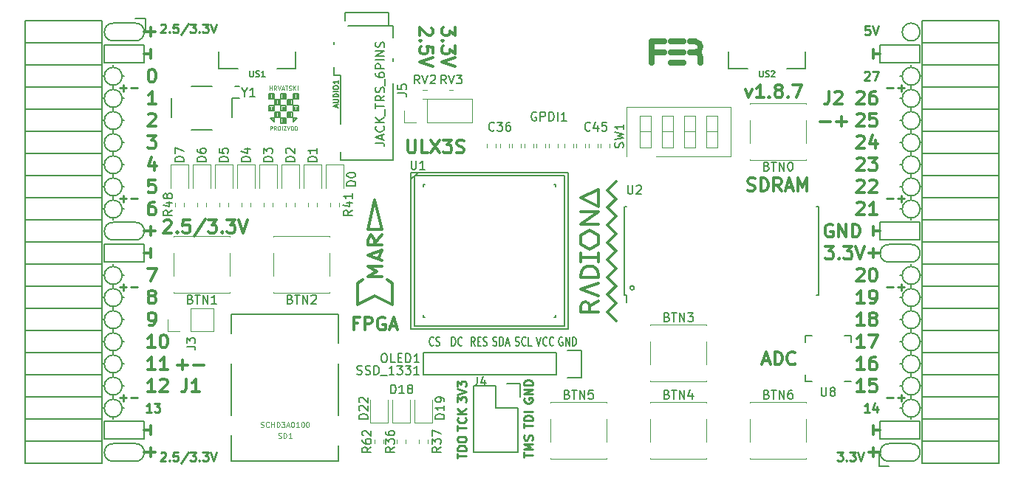
<source format=gto>
G04 #@! TF.GenerationSoftware,KiCad,Pcbnew,5.0.0-rc2-dev-unknown+dfsg1+20180318-3*
G04 #@! TF.CreationDate,2018-05-29T17:53:08+02:00*
G04 #@! TF.ProjectId,ulx3s,756C7833732E6B696361645F70636200,rev?*
G04 #@! TF.SameCoordinates,Original*
G04 #@! TF.FileFunction,Legend,Top*
G04 #@! TF.FilePolarity,Positive*
%FSLAX46Y46*%
G04 Gerber Fmt 4.6, Leading zero omitted, Abs format (unit mm)*
G04 Created by KiCad (PCBNEW 5.0.0-rc2-dev-unknown+dfsg1+20180318-3) date Tue May 29 17:53:08 2018*
%MOMM*%
%LPD*%
G01*
G04 APERTURE LIST*
%ADD10C,0.300000*%
%ADD11C,0.200000*%
%ADD12C,0.250000*%
%ADD13C,0.150000*%
%ADD14C,0.120000*%
%ADD15C,0.700000*%
%ADD16C,0.152400*%
%ADD17C,0.124460*%
%ADD18C,0.075000*%
G04 APERTURE END LIST*
D10*
X134560428Y-62144714D02*
X134560428Y-63073285D01*
X133989000Y-62573285D01*
X133989000Y-62787571D01*
X133917571Y-62930428D01*
X133846142Y-63001857D01*
X133703285Y-63073285D01*
X133346142Y-63073285D01*
X133203285Y-63001857D01*
X133131857Y-62930428D01*
X133060428Y-62787571D01*
X133060428Y-62359000D01*
X133131857Y-62216142D01*
X133203285Y-62144714D01*
X133203285Y-63716142D02*
X133131857Y-63787571D01*
X133060428Y-63716142D01*
X133131857Y-63644714D01*
X133203285Y-63716142D01*
X133060428Y-63716142D01*
X134560428Y-64287571D02*
X134560428Y-65216142D01*
X133989000Y-64716142D01*
X133989000Y-64930428D01*
X133917571Y-65073285D01*
X133846142Y-65144714D01*
X133703285Y-65216142D01*
X133346142Y-65216142D01*
X133203285Y-65144714D01*
X133131857Y-65073285D01*
X133060428Y-64930428D01*
X133060428Y-64501857D01*
X133131857Y-64359000D01*
X133203285Y-64287571D01*
X134560428Y-65644714D02*
X133060428Y-66144714D01*
X134560428Y-66644714D01*
X131877571Y-62216142D02*
X131949000Y-62287571D01*
X132020428Y-62430428D01*
X132020428Y-62787571D01*
X131949000Y-62930428D01*
X131877571Y-63001857D01*
X131734714Y-63073285D01*
X131591857Y-63073285D01*
X131377571Y-63001857D01*
X130520428Y-62144714D01*
X130520428Y-63073285D01*
X130663285Y-63716142D02*
X130591857Y-63787571D01*
X130520428Y-63716142D01*
X130591857Y-63644714D01*
X130663285Y-63716142D01*
X130520428Y-63716142D01*
X132020428Y-65144714D02*
X132020428Y-64430428D01*
X131306142Y-64359000D01*
X131377571Y-64430428D01*
X131449000Y-64573285D01*
X131449000Y-64930428D01*
X131377571Y-65073285D01*
X131306142Y-65144714D01*
X131163285Y-65216142D01*
X130806142Y-65216142D01*
X130663285Y-65144714D01*
X130591857Y-65073285D01*
X130520428Y-64930428D01*
X130520428Y-64573285D01*
X130591857Y-64430428D01*
X130663285Y-64359000D01*
X132020428Y-65644714D02*
X130520428Y-66144714D01*
X132020428Y-66644714D01*
X102760000Y-100897142D02*
X103902857Y-100897142D01*
X103331428Y-101468571D02*
X103331428Y-100325714D01*
X104617142Y-100897142D02*
X105760000Y-100897142D01*
X167847714Y-69226571D02*
X168204857Y-70226571D01*
X168562000Y-69226571D01*
X169919142Y-70226571D02*
X169062000Y-70226571D01*
X169490571Y-70226571D02*
X169490571Y-68726571D01*
X169347714Y-68940857D01*
X169204857Y-69083714D01*
X169062000Y-69155142D01*
X170562000Y-70083714D02*
X170633428Y-70155142D01*
X170562000Y-70226571D01*
X170490571Y-70155142D01*
X170562000Y-70083714D01*
X170562000Y-70226571D01*
X171490571Y-69369428D02*
X171347714Y-69298000D01*
X171276285Y-69226571D01*
X171204857Y-69083714D01*
X171204857Y-69012285D01*
X171276285Y-68869428D01*
X171347714Y-68798000D01*
X171490571Y-68726571D01*
X171776285Y-68726571D01*
X171919142Y-68798000D01*
X171990571Y-68869428D01*
X172062000Y-69012285D01*
X172062000Y-69083714D01*
X171990571Y-69226571D01*
X171919142Y-69298000D01*
X171776285Y-69369428D01*
X171490571Y-69369428D01*
X171347714Y-69440857D01*
X171276285Y-69512285D01*
X171204857Y-69655142D01*
X171204857Y-69940857D01*
X171276285Y-70083714D01*
X171347714Y-70155142D01*
X171490571Y-70226571D01*
X171776285Y-70226571D01*
X171919142Y-70155142D01*
X171990571Y-70083714D01*
X172062000Y-69940857D01*
X172062000Y-69655142D01*
X171990571Y-69512285D01*
X171919142Y-69440857D01*
X171776285Y-69369428D01*
X172704857Y-70083714D02*
X172776285Y-70155142D01*
X172704857Y-70226571D01*
X172633428Y-70155142D01*
X172704857Y-70083714D01*
X172704857Y-70226571D01*
X173276285Y-68726571D02*
X174276285Y-68726571D01*
X173633428Y-70226571D01*
X182492000Y-87582000D02*
X182492000Y-88598000D01*
X181984000Y-88090000D02*
X183254000Y-88090000D01*
X182492000Y-110442000D02*
X182492000Y-111458000D01*
X183254000Y-110950000D02*
X181984000Y-110950000D01*
X99688000Y-110442000D02*
X99688000Y-111458000D01*
X98926000Y-110950000D02*
X100196000Y-110950000D01*
X99688000Y-62182000D02*
X99688000Y-63198000D01*
X98926000Y-62690000D02*
X100196000Y-62690000D01*
X99688000Y-85042000D02*
X99688000Y-86058000D01*
X98926000Y-85550000D02*
X100196000Y-85550000D01*
D11*
X97910000Y-63706000D02*
G75*
G03X97910000Y-61674000I0J1016000D01*
G01*
X184270000Y-109934000D02*
G75*
G03X184270000Y-111966000I0J-1016000D01*
G01*
X95370000Y-111966000D02*
X97910000Y-111966000D01*
X95370000Y-109934000D02*
X97910000Y-109934000D01*
X97910000Y-111966000D02*
G75*
G03X97910000Y-109934000I0J1016000D01*
G01*
X95370000Y-109934000D02*
G75*
G03X95370000Y-111966000I0J-1016000D01*
G01*
X95370000Y-61674000D02*
X97910000Y-61674000D01*
X95370000Y-63706000D02*
X97910000Y-63706000D01*
X95370000Y-61674000D02*
G75*
G03X95370000Y-63706000I0J-1016000D01*
G01*
X95370000Y-84534000D02*
X97910000Y-84534000D01*
X95370000Y-86566000D02*
X97910000Y-86566000D01*
X95370000Y-84534000D02*
G75*
G03X95370000Y-86566000I0J-1016000D01*
G01*
X97910000Y-86566000D02*
G75*
G03X97910000Y-84534000I0J1016000D01*
G01*
X187826000Y-62690000D02*
G75*
G03X187826000Y-62690000I-1016000J0D01*
G01*
X184270000Y-89106000D02*
X186810000Y-89106000D01*
X184270000Y-87074000D02*
X186810000Y-87074000D01*
X184270000Y-87074000D02*
G75*
G03X184270000Y-89106000I0J-1016000D01*
G01*
X186810000Y-89106000D02*
G75*
G03X186810000Y-87074000I0J1016000D01*
G01*
X186810000Y-111966000D02*
X184270000Y-111966000D01*
X186810000Y-109934000D02*
X184270000Y-109934000D01*
X186810000Y-111966000D02*
G75*
G03X186810000Y-109934000I0J1016000D01*
G01*
X94354000Y-66246000D02*
X94354000Y-64214000D01*
X98926000Y-66246000D02*
X94354000Y-66246000D01*
X98926000Y-64214000D02*
X98926000Y-66246000D01*
X94354000Y-64214000D02*
X98926000Y-64214000D01*
X94354000Y-87074000D02*
X98926000Y-87074000D01*
X94354000Y-89106000D02*
X94354000Y-87074000D01*
X98926000Y-89106000D02*
X94354000Y-89106000D01*
X98926000Y-87074000D02*
X98926000Y-89106000D01*
X94354000Y-109426000D02*
X98926000Y-109426000D01*
X94354000Y-107394000D02*
X94354000Y-109426000D01*
X98926000Y-107394000D02*
X94354000Y-107394000D01*
X98926000Y-109426000D02*
X98926000Y-107394000D01*
X183254000Y-109426000D02*
X187826000Y-109426000D01*
X183254000Y-107394000D02*
X183254000Y-109426000D01*
X187826000Y-107394000D02*
X187826000Y-109426000D01*
X183254000Y-107394000D02*
X187826000Y-107394000D01*
X183254000Y-66246000D02*
X187826000Y-66246000D01*
X183254000Y-64214000D02*
X183254000Y-66246000D01*
X187826000Y-64214000D02*
X183254000Y-64214000D01*
X187826000Y-66246000D02*
X187826000Y-64214000D01*
X183254000Y-84534000D02*
X187826000Y-84534000D01*
X183254000Y-86566000D02*
X183254000Y-84534000D01*
X187826000Y-86566000D02*
X183254000Y-86566000D01*
X187826000Y-84534000D02*
X187826000Y-86566000D01*
D12*
X96148000Y-69111428D02*
X96909904Y-69111428D01*
X96528952Y-69492380D02*
X96528952Y-68730476D01*
X97386095Y-69111428D02*
X98148000Y-69111428D01*
X96148000Y-81811428D02*
X96909904Y-81811428D01*
X96528952Y-82192380D02*
X96528952Y-81430476D01*
X97386095Y-81811428D02*
X98148000Y-81811428D01*
X96148000Y-91971428D02*
X96909904Y-91971428D01*
X96528952Y-92352380D02*
X96528952Y-91590476D01*
X97386095Y-91971428D02*
X98148000Y-91971428D01*
X96148000Y-104671428D02*
X96909904Y-104671428D01*
X96528952Y-105052380D02*
X96528952Y-104290476D01*
X97386095Y-104671428D02*
X98148000Y-104671428D01*
X184032000Y-104671428D02*
X184793904Y-104671428D01*
X185270095Y-104671428D02*
X186032000Y-104671428D01*
X185651047Y-105052380D02*
X185651047Y-104290476D01*
X184032000Y-91971428D02*
X184793904Y-91971428D01*
X185270095Y-91971428D02*
X186032000Y-91971428D01*
X185651047Y-92352380D02*
X185651047Y-91590476D01*
X184032000Y-81811428D02*
X184793904Y-81811428D01*
X185270095Y-81811428D02*
X186032000Y-81811428D01*
X185651047Y-82192380D02*
X185651047Y-81430476D01*
X184032000Y-69111428D02*
X184793904Y-69111428D01*
X185270095Y-69111428D02*
X186032000Y-69111428D01*
X185651047Y-69492380D02*
X185651047Y-68730476D01*
D10*
X176420000Y-72957142D02*
X177562857Y-72957142D01*
X178277142Y-72957142D02*
X179420000Y-72957142D01*
X178848571Y-73528571D02*
X178848571Y-72385714D01*
D11*
X187826000Y-67770000D02*
G75*
G03X187826000Y-67770000I-1016000J0D01*
G01*
X187826000Y-70310000D02*
G75*
G03X187826000Y-70310000I-1016000J0D01*
G01*
X187826000Y-72850000D02*
G75*
G03X187826000Y-72850000I-1016000J0D01*
G01*
X187826000Y-75390000D02*
G75*
G03X187826000Y-75390000I-1016000J0D01*
G01*
X187826000Y-77930000D02*
G75*
G03X187826000Y-77930000I-1016000J0D01*
G01*
X187826000Y-80470000D02*
G75*
G03X187826000Y-80470000I-1016000J0D01*
G01*
X187826000Y-83010000D02*
G75*
G03X187826000Y-83010000I-1016000J0D01*
G01*
X187826000Y-90630000D02*
G75*
G03X187826000Y-90630000I-1016000J0D01*
G01*
X187826000Y-93170000D02*
G75*
G03X187826000Y-93170000I-1016000J0D01*
G01*
X187826000Y-95710000D02*
G75*
G03X187826000Y-95710000I-1016000J0D01*
G01*
X187826000Y-98250000D02*
G75*
G03X187826000Y-98250000I-1016000J0D01*
G01*
X187826000Y-100790000D02*
G75*
G03X187826000Y-100790000I-1016000J0D01*
G01*
X187826000Y-103330000D02*
G75*
G03X187826000Y-103330000I-1016000J0D01*
G01*
X187826000Y-105870000D02*
G75*
G03X187826000Y-105870000I-1016000J0D01*
G01*
X96386000Y-105870000D02*
G75*
G03X96386000Y-105870000I-1016000J0D01*
G01*
X96386000Y-103330000D02*
G75*
G03X96386000Y-103330000I-1016000J0D01*
G01*
X96386000Y-100790000D02*
G75*
G03X96386000Y-100790000I-1016000J0D01*
G01*
X96386000Y-98250000D02*
G75*
G03X96386000Y-98250000I-1016000J0D01*
G01*
X96386000Y-95710000D02*
G75*
G03X96386000Y-95710000I-1016000J0D01*
G01*
X96386000Y-93170000D02*
G75*
G03X96386000Y-93170000I-1016000J0D01*
G01*
X96386000Y-90630000D02*
G75*
G03X96386000Y-90630000I-1016000J0D01*
G01*
X96386000Y-83010000D02*
G75*
G03X96386000Y-83010000I-1016000J0D01*
G01*
X96386000Y-80470000D02*
G75*
G03X96386000Y-80470000I-1016000J0D01*
G01*
X96386000Y-77930000D02*
G75*
G03X96386000Y-77930000I-1016000J0D01*
G01*
X96386000Y-75390000D02*
G75*
G03X96386000Y-75390000I-1016000J0D01*
G01*
X96386000Y-72850000D02*
G75*
G03X96386000Y-72850000I-1016000J0D01*
G01*
X96386000Y-70310000D02*
G75*
G03X96386000Y-70310000I-1016000J0D01*
G01*
X96386000Y-67770000D02*
G75*
G03X96386000Y-67770000I-1016000J0D01*
G01*
D10*
X177793142Y-84800000D02*
X177650285Y-84728571D01*
X177436000Y-84728571D01*
X177221714Y-84800000D01*
X177078857Y-84942857D01*
X177007428Y-85085714D01*
X176936000Y-85371428D01*
X176936000Y-85585714D01*
X177007428Y-85871428D01*
X177078857Y-86014285D01*
X177221714Y-86157142D01*
X177436000Y-86228571D01*
X177578857Y-86228571D01*
X177793142Y-86157142D01*
X177864571Y-86085714D01*
X177864571Y-85585714D01*
X177578857Y-85585714D01*
X178507428Y-86228571D02*
X178507428Y-84728571D01*
X179364571Y-86228571D01*
X179364571Y-84728571D01*
X180078857Y-86228571D02*
X180078857Y-84728571D01*
X180436000Y-84728571D01*
X180650285Y-84800000D01*
X180793142Y-84942857D01*
X180864571Y-85085714D01*
X180936000Y-85371428D01*
X180936000Y-85585714D01*
X180864571Y-85871428D01*
X180793142Y-86014285D01*
X180650285Y-86157142D01*
X180436000Y-86228571D01*
X180078857Y-86228571D01*
X182492000Y-86058000D02*
X182492000Y-85042000D01*
X183254000Y-85550000D02*
X182492000Y-85550000D01*
X182492000Y-107902000D02*
X182492000Y-108918000D01*
X182492000Y-108410000D02*
X183254000Y-108410000D01*
D12*
X182047523Y-106322380D02*
X181476095Y-106322380D01*
X181761809Y-106322380D02*
X181761809Y-105322380D01*
X181666571Y-105465238D01*
X181571333Y-105560476D01*
X181476095Y-105608095D01*
X182904666Y-105655714D02*
X182904666Y-106322380D01*
X182666571Y-105274761D02*
X182428476Y-105989047D01*
X183047523Y-105989047D01*
X181476095Y-67317619D02*
X181523714Y-67270000D01*
X181618952Y-67222380D01*
X181857047Y-67222380D01*
X181952285Y-67270000D01*
X181999904Y-67317619D01*
X182047523Y-67412857D01*
X182047523Y-67508095D01*
X181999904Y-67650952D01*
X181428476Y-68222380D01*
X182047523Y-68222380D01*
X182380857Y-67222380D02*
X183047523Y-67222380D01*
X182618952Y-68222380D01*
D10*
X182492000Y-64722000D02*
X182492000Y-65738000D01*
X182492000Y-65230000D02*
X183254000Y-65230000D01*
X99688000Y-107902000D02*
X99688000Y-108918000D01*
X98926000Y-108410000D02*
X99688000Y-108410000D01*
X99315000Y-74568571D02*
X100243571Y-74568571D01*
X99743571Y-75140000D01*
X99957857Y-75140000D01*
X100100714Y-75211428D01*
X100172142Y-75282857D01*
X100243571Y-75425714D01*
X100243571Y-75782857D01*
X100172142Y-75925714D01*
X100100714Y-75997142D01*
X99957857Y-76068571D01*
X99529285Y-76068571D01*
X99386428Y-75997142D01*
X99315000Y-75925714D01*
X100100714Y-77608571D02*
X100100714Y-78608571D01*
X99743571Y-77037142D02*
X99386428Y-78108571D01*
X100315000Y-78108571D01*
X100172142Y-79648571D02*
X99457857Y-79648571D01*
X99386428Y-80362857D01*
X99457857Y-80291428D01*
X99600714Y-80220000D01*
X99957857Y-80220000D01*
X100100714Y-80291428D01*
X100172142Y-80362857D01*
X100243571Y-80505714D01*
X100243571Y-80862857D01*
X100172142Y-81005714D01*
X100100714Y-81077142D01*
X99957857Y-81148571D01*
X99600714Y-81148571D01*
X99457857Y-81077142D01*
X99386428Y-81005714D01*
D12*
X99751523Y-106322380D02*
X99180095Y-106322380D01*
X99465809Y-106322380D02*
X99465809Y-105322380D01*
X99370571Y-105465238D01*
X99275333Y-105560476D01*
X99180095Y-105608095D01*
X100084857Y-105322380D02*
X100703904Y-105322380D01*
X100370571Y-105703333D01*
X100513428Y-105703333D01*
X100608666Y-105750952D01*
X100656285Y-105798571D01*
X100703904Y-105893809D01*
X100703904Y-106131904D01*
X100656285Y-106227142D01*
X100608666Y-106274761D01*
X100513428Y-106322380D01*
X100227714Y-106322380D01*
X100132476Y-106274761D01*
X100084857Y-106227142D01*
D10*
X99315000Y-89808571D02*
X100315000Y-89808571D01*
X99672142Y-91308571D01*
X99688000Y-87582000D02*
X99688000Y-88598000D01*
X98926000Y-88090000D02*
X99688000Y-88090000D01*
X99688000Y-64722000D02*
X99688000Y-65738000D01*
X98926000Y-65230000D02*
X99688000Y-65230000D01*
D12*
X100817976Y-61874619D02*
X100865595Y-61827000D01*
X100960833Y-61779380D01*
X101198928Y-61779380D01*
X101294166Y-61827000D01*
X101341785Y-61874619D01*
X101389404Y-61969857D01*
X101389404Y-62065095D01*
X101341785Y-62207952D01*
X100770357Y-62779380D01*
X101389404Y-62779380D01*
X101817976Y-62684142D02*
X101865595Y-62731761D01*
X101817976Y-62779380D01*
X101770357Y-62731761D01*
X101817976Y-62684142D01*
X101817976Y-62779380D01*
X102770357Y-61779380D02*
X102294166Y-61779380D01*
X102246547Y-62255571D01*
X102294166Y-62207952D01*
X102389404Y-62160333D01*
X102627500Y-62160333D01*
X102722738Y-62207952D01*
X102770357Y-62255571D01*
X102817976Y-62350809D01*
X102817976Y-62588904D01*
X102770357Y-62684142D01*
X102722738Y-62731761D01*
X102627500Y-62779380D01*
X102389404Y-62779380D01*
X102294166Y-62731761D01*
X102246547Y-62684142D01*
X103960833Y-61731761D02*
X103103690Y-63017476D01*
X104198928Y-61779380D02*
X104817976Y-61779380D01*
X104484642Y-62160333D01*
X104627500Y-62160333D01*
X104722738Y-62207952D01*
X104770357Y-62255571D01*
X104817976Y-62350809D01*
X104817976Y-62588904D01*
X104770357Y-62684142D01*
X104722738Y-62731761D01*
X104627500Y-62779380D01*
X104341785Y-62779380D01*
X104246547Y-62731761D01*
X104198928Y-62684142D01*
X105246547Y-62684142D02*
X105294166Y-62731761D01*
X105246547Y-62779380D01*
X105198928Y-62731761D01*
X105246547Y-62684142D01*
X105246547Y-62779380D01*
X105627500Y-61779380D02*
X106246547Y-61779380D01*
X105913214Y-62160333D01*
X106056071Y-62160333D01*
X106151309Y-62207952D01*
X106198928Y-62255571D01*
X106246547Y-62350809D01*
X106246547Y-62588904D01*
X106198928Y-62684142D01*
X106151309Y-62731761D01*
X106056071Y-62779380D01*
X105770357Y-62779380D01*
X105675119Y-62731761D01*
X105627500Y-62684142D01*
X106532261Y-61779380D02*
X106865595Y-62779380D01*
X107198928Y-61779380D01*
X178360261Y-110910380D02*
X178979309Y-110910380D01*
X178645976Y-111291333D01*
X178788833Y-111291333D01*
X178884071Y-111338952D01*
X178931690Y-111386571D01*
X178979309Y-111481809D01*
X178979309Y-111719904D01*
X178931690Y-111815142D01*
X178884071Y-111862761D01*
X178788833Y-111910380D01*
X178503119Y-111910380D01*
X178407880Y-111862761D01*
X178360261Y-111815142D01*
X179407880Y-111815142D02*
X179455500Y-111862761D01*
X179407880Y-111910380D01*
X179360261Y-111862761D01*
X179407880Y-111815142D01*
X179407880Y-111910380D01*
X179788833Y-110910380D02*
X180407880Y-110910380D01*
X180074547Y-111291333D01*
X180217404Y-111291333D01*
X180312642Y-111338952D01*
X180360261Y-111386571D01*
X180407880Y-111481809D01*
X180407880Y-111719904D01*
X180360261Y-111815142D01*
X180312642Y-111862761D01*
X180217404Y-111910380D01*
X179931690Y-111910380D01*
X179836452Y-111862761D01*
X179788833Y-111815142D01*
X180693595Y-110910380D02*
X181026928Y-111910380D01*
X181360261Y-110910380D01*
D10*
X101199714Y-84381428D02*
X101271142Y-84310000D01*
X101414000Y-84238571D01*
X101771142Y-84238571D01*
X101914000Y-84310000D01*
X101985428Y-84381428D01*
X102056857Y-84524285D01*
X102056857Y-84667142D01*
X101985428Y-84881428D01*
X101128285Y-85738571D01*
X102056857Y-85738571D01*
X102699714Y-85595714D02*
X102771142Y-85667142D01*
X102699714Y-85738571D01*
X102628285Y-85667142D01*
X102699714Y-85595714D01*
X102699714Y-85738571D01*
X104128285Y-84238571D02*
X103414000Y-84238571D01*
X103342571Y-84952857D01*
X103414000Y-84881428D01*
X103556857Y-84810000D01*
X103914000Y-84810000D01*
X104056857Y-84881428D01*
X104128285Y-84952857D01*
X104199714Y-85095714D01*
X104199714Y-85452857D01*
X104128285Y-85595714D01*
X104056857Y-85667142D01*
X103914000Y-85738571D01*
X103556857Y-85738571D01*
X103414000Y-85667142D01*
X103342571Y-85595714D01*
X105914000Y-84167142D02*
X104628285Y-86095714D01*
X106271142Y-84238571D02*
X107199714Y-84238571D01*
X106699714Y-84810000D01*
X106914000Y-84810000D01*
X107056857Y-84881428D01*
X107128285Y-84952857D01*
X107199714Y-85095714D01*
X107199714Y-85452857D01*
X107128285Y-85595714D01*
X107056857Y-85667142D01*
X106914000Y-85738571D01*
X106485428Y-85738571D01*
X106342571Y-85667142D01*
X106271142Y-85595714D01*
X107842571Y-85595714D02*
X107914000Y-85667142D01*
X107842571Y-85738571D01*
X107771142Y-85667142D01*
X107842571Y-85595714D01*
X107842571Y-85738571D01*
X108414000Y-84238571D02*
X109342571Y-84238571D01*
X108842571Y-84810000D01*
X109056857Y-84810000D01*
X109199714Y-84881428D01*
X109271142Y-84952857D01*
X109342571Y-85095714D01*
X109342571Y-85452857D01*
X109271142Y-85595714D01*
X109199714Y-85667142D01*
X109056857Y-85738571D01*
X108628285Y-85738571D01*
X108485428Y-85667142D01*
X108414000Y-85595714D01*
X109771142Y-84238571D02*
X110271142Y-85738571D01*
X110771142Y-84238571D01*
D12*
X100817976Y-111023619D02*
X100865595Y-110976000D01*
X100960833Y-110928380D01*
X101198928Y-110928380D01*
X101294166Y-110976000D01*
X101341785Y-111023619D01*
X101389404Y-111118857D01*
X101389404Y-111214095D01*
X101341785Y-111356952D01*
X100770357Y-111928380D01*
X101389404Y-111928380D01*
X101817976Y-111833142D02*
X101865595Y-111880761D01*
X101817976Y-111928380D01*
X101770357Y-111880761D01*
X101817976Y-111833142D01*
X101817976Y-111928380D01*
X102770357Y-110928380D02*
X102294166Y-110928380D01*
X102246547Y-111404571D01*
X102294166Y-111356952D01*
X102389404Y-111309333D01*
X102627500Y-111309333D01*
X102722738Y-111356952D01*
X102770357Y-111404571D01*
X102817976Y-111499809D01*
X102817976Y-111737904D01*
X102770357Y-111833142D01*
X102722738Y-111880761D01*
X102627500Y-111928380D01*
X102389404Y-111928380D01*
X102294166Y-111880761D01*
X102246547Y-111833142D01*
X103960833Y-110880761D02*
X103103690Y-112166476D01*
X104198928Y-110928380D02*
X104817976Y-110928380D01*
X104484642Y-111309333D01*
X104627500Y-111309333D01*
X104722738Y-111356952D01*
X104770357Y-111404571D01*
X104817976Y-111499809D01*
X104817976Y-111737904D01*
X104770357Y-111833142D01*
X104722738Y-111880761D01*
X104627500Y-111928380D01*
X104341785Y-111928380D01*
X104246547Y-111880761D01*
X104198928Y-111833142D01*
X105246547Y-111833142D02*
X105294166Y-111880761D01*
X105246547Y-111928380D01*
X105198928Y-111880761D01*
X105246547Y-111833142D01*
X105246547Y-111928380D01*
X105627500Y-110928380D02*
X106246547Y-110928380D01*
X105913214Y-111309333D01*
X106056071Y-111309333D01*
X106151309Y-111356952D01*
X106198928Y-111404571D01*
X106246547Y-111499809D01*
X106246547Y-111737904D01*
X106198928Y-111833142D01*
X106151309Y-111880761D01*
X106056071Y-111928380D01*
X105770357Y-111928380D01*
X105675119Y-111880761D01*
X105627500Y-111833142D01*
X106532261Y-110928380D02*
X106865595Y-111928380D01*
X107198928Y-110928380D01*
X182047523Y-62015380D02*
X181571333Y-62015380D01*
X181523714Y-62491571D01*
X181571333Y-62443952D01*
X181666571Y-62396333D01*
X181904666Y-62396333D01*
X181999904Y-62443952D01*
X182047523Y-62491571D01*
X182095142Y-62586809D01*
X182095142Y-62824904D01*
X182047523Y-62920142D01*
X181999904Y-62967761D01*
X181904666Y-63015380D01*
X181666571Y-63015380D01*
X181571333Y-62967761D01*
X181523714Y-62920142D01*
X182380857Y-62015380D02*
X182714190Y-63015380D01*
X183047523Y-62015380D01*
D10*
X180587142Y-69631428D02*
X180658571Y-69560000D01*
X180801428Y-69488571D01*
X181158571Y-69488571D01*
X181301428Y-69560000D01*
X181372857Y-69631428D01*
X181444285Y-69774285D01*
X181444285Y-69917142D01*
X181372857Y-70131428D01*
X180515714Y-70988571D01*
X181444285Y-70988571D01*
X182730000Y-69488571D02*
X182444285Y-69488571D01*
X182301428Y-69560000D01*
X182230000Y-69631428D01*
X182087142Y-69845714D01*
X182015714Y-70131428D01*
X182015714Y-70702857D01*
X182087142Y-70845714D01*
X182158571Y-70917142D01*
X182301428Y-70988571D01*
X182587142Y-70988571D01*
X182730000Y-70917142D01*
X182801428Y-70845714D01*
X182872857Y-70702857D01*
X182872857Y-70345714D01*
X182801428Y-70202857D01*
X182730000Y-70131428D01*
X182587142Y-70060000D01*
X182301428Y-70060000D01*
X182158571Y-70131428D01*
X182087142Y-70202857D01*
X182015714Y-70345714D01*
X180587142Y-72171428D02*
X180658571Y-72100000D01*
X180801428Y-72028571D01*
X181158571Y-72028571D01*
X181301428Y-72100000D01*
X181372857Y-72171428D01*
X181444285Y-72314285D01*
X181444285Y-72457142D01*
X181372857Y-72671428D01*
X180515714Y-73528571D01*
X181444285Y-73528571D01*
X182801428Y-72028571D02*
X182087142Y-72028571D01*
X182015714Y-72742857D01*
X182087142Y-72671428D01*
X182230000Y-72600000D01*
X182587142Y-72600000D01*
X182730000Y-72671428D01*
X182801428Y-72742857D01*
X182872857Y-72885714D01*
X182872857Y-73242857D01*
X182801428Y-73385714D01*
X182730000Y-73457142D01*
X182587142Y-73528571D01*
X182230000Y-73528571D01*
X182087142Y-73457142D01*
X182015714Y-73385714D01*
X180587142Y-74711428D02*
X180658571Y-74640000D01*
X180801428Y-74568571D01*
X181158571Y-74568571D01*
X181301428Y-74640000D01*
X181372857Y-74711428D01*
X181444285Y-74854285D01*
X181444285Y-74997142D01*
X181372857Y-75211428D01*
X180515714Y-76068571D01*
X181444285Y-76068571D01*
X182730000Y-75068571D02*
X182730000Y-76068571D01*
X182372857Y-74497142D02*
X182015714Y-75568571D01*
X182944285Y-75568571D01*
X180587142Y-77251428D02*
X180658571Y-77180000D01*
X180801428Y-77108571D01*
X181158571Y-77108571D01*
X181301428Y-77180000D01*
X181372857Y-77251428D01*
X181444285Y-77394285D01*
X181444285Y-77537142D01*
X181372857Y-77751428D01*
X180515714Y-78608571D01*
X181444285Y-78608571D01*
X181944285Y-77108571D02*
X182872857Y-77108571D01*
X182372857Y-77680000D01*
X182587142Y-77680000D01*
X182730000Y-77751428D01*
X182801428Y-77822857D01*
X182872857Y-77965714D01*
X182872857Y-78322857D01*
X182801428Y-78465714D01*
X182730000Y-78537142D01*
X182587142Y-78608571D01*
X182158571Y-78608571D01*
X182015714Y-78537142D01*
X181944285Y-78465714D01*
X180587142Y-79791428D02*
X180658571Y-79720000D01*
X180801428Y-79648571D01*
X181158571Y-79648571D01*
X181301428Y-79720000D01*
X181372857Y-79791428D01*
X181444285Y-79934285D01*
X181444285Y-80077142D01*
X181372857Y-80291428D01*
X180515714Y-81148571D01*
X181444285Y-81148571D01*
X182015714Y-79791428D02*
X182087142Y-79720000D01*
X182230000Y-79648571D01*
X182587142Y-79648571D01*
X182730000Y-79720000D01*
X182801428Y-79791428D01*
X182872857Y-79934285D01*
X182872857Y-80077142D01*
X182801428Y-80291428D01*
X181944285Y-81148571D01*
X182872857Y-81148571D01*
X180587142Y-82331428D02*
X180658571Y-82260000D01*
X180801428Y-82188571D01*
X181158571Y-82188571D01*
X181301428Y-82260000D01*
X181372857Y-82331428D01*
X181444285Y-82474285D01*
X181444285Y-82617142D01*
X181372857Y-82831428D01*
X180515714Y-83688571D01*
X181444285Y-83688571D01*
X182872857Y-83688571D02*
X182015714Y-83688571D01*
X182444285Y-83688571D02*
X182444285Y-82188571D01*
X182301428Y-82402857D01*
X182158571Y-82545714D01*
X182015714Y-82617142D01*
X176975714Y-87268571D02*
X177904285Y-87268571D01*
X177404285Y-87840000D01*
X177618571Y-87840000D01*
X177761428Y-87911428D01*
X177832857Y-87982857D01*
X177904285Y-88125714D01*
X177904285Y-88482857D01*
X177832857Y-88625714D01*
X177761428Y-88697142D01*
X177618571Y-88768571D01*
X177190000Y-88768571D01*
X177047142Y-88697142D01*
X176975714Y-88625714D01*
X178547142Y-88625714D02*
X178618571Y-88697142D01*
X178547142Y-88768571D01*
X178475714Y-88697142D01*
X178547142Y-88625714D01*
X178547142Y-88768571D01*
X179118571Y-87268571D02*
X180047142Y-87268571D01*
X179547142Y-87840000D01*
X179761428Y-87840000D01*
X179904285Y-87911428D01*
X179975714Y-87982857D01*
X180047142Y-88125714D01*
X180047142Y-88482857D01*
X179975714Y-88625714D01*
X179904285Y-88697142D01*
X179761428Y-88768571D01*
X179332857Y-88768571D01*
X179190000Y-88697142D01*
X179118571Y-88625714D01*
X180475714Y-87268571D02*
X180975714Y-88768571D01*
X181475714Y-87268571D01*
X180587142Y-89951428D02*
X180658571Y-89880000D01*
X180801428Y-89808571D01*
X181158571Y-89808571D01*
X181301428Y-89880000D01*
X181372857Y-89951428D01*
X181444285Y-90094285D01*
X181444285Y-90237142D01*
X181372857Y-90451428D01*
X180515714Y-91308571D01*
X181444285Y-91308571D01*
X182372857Y-89808571D02*
X182515714Y-89808571D01*
X182658571Y-89880000D01*
X182730000Y-89951428D01*
X182801428Y-90094285D01*
X182872857Y-90380000D01*
X182872857Y-90737142D01*
X182801428Y-91022857D01*
X182730000Y-91165714D01*
X182658571Y-91237142D01*
X182515714Y-91308571D01*
X182372857Y-91308571D01*
X182230000Y-91237142D01*
X182158571Y-91165714D01*
X182087142Y-91022857D01*
X182015714Y-90737142D01*
X182015714Y-90380000D01*
X182087142Y-90094285D01*
X182158571Y-89951428D01*
X182230000Y-89880000D01*
X182372857Y-89808571D01*
X181444285Y-93848571D02*
X180587142Y-93848571D01*
X181015714Y-93848571D02*
X181015714Y-92348571D01*
X180872857Y-92562857D01*
X180730000Y-92705714D01*
X180587142Y-92777142D01*
X182158571Y-93848571D02*
X182444285Y-93848571D01*
X182587142Y-93777142D01*
X182658571Y-93705714D01*
X182801428Y-93491428D01*
X182872857Y-93205714D01*
X182872857Y-92634285D01*
X182801428Y-92491428D01*
X182730000Y-92420000D01*
X182587142Y-92348571D01*
X182301428Y-92348571D01*
X182158571Y-92420000D01*
X182087142Y-92491428D01*
X182015714Y-92634285D01*
X182015714Y-92991428D01*
X182087142Y-93134285D01*
X182158571Y-93205714D01*
X182301428Y-93277142D01*
X182587142Y-93277142D01*
X182730000Y-93205714D01*
X182801428Y-93134285D01*
X182872857Y-92991428D01*
X181444285Y-96388571D02*
X180587142Y-96388571D01*
X181015714Y-96388571D02*
X181015714Y-94888571D01*
X180872857Y-95102857D01*
X180730000Y-95245714D01*
X180587142Y-95317142D01*
X182301428Y-95531428D02*
X182158571Y-95460000D01*
X182087142Y-95388571D01*
X182015714Y-95245714D01*
X182015714Y-95174285D01*
X182087142Y-95031428D01*
X182158571Y-94960000D01*
X182301428Y-94888571D01*
X182587142Y-94888571D01*
X182730000Y-94960000D01*
X182801428Y-95031428D01*
X182872857Y-95174285D01*
X182872857Y-95245714D01*
X182801428Y-95388571D01*
X182730000Y-95460000D01*
X182587142Y-95531428D01*
X182301428Y-95531428D01*
X182158571Y-95602857D01*
X182087142Y-95674285D01*
X182015714Y-95817142D01*
X182015714Y-96102857D01*
X182087142Y-96245714D01*
X182158571Y-96317142D01*
X182301428Y-96388571D01*
X182587142Y-96388571D01*
X182730000Y-96317142D01*
X182801428Y-96245714D01*
X182872857Y-96102857D01*
X182872857Y-95817142D01*
X182801428Y-95674285D01*
X182730000Y-95602857D01*
X182587142Y-95531428D01*
X181444285Y-98928571D02*
X180587142Y-98928571D01*
X181015714Y-98928571D02*
X181015714Y-97428571D01*
X180872857Y-97642857D01*
X180730000Y-97785714D01*
X180587142Y-97857142D01*
X181944285Y-97428571D02*
X182944285Y-97428571D01*
X182301428Y-98928571D01*
X181444285Y-101468571D02*
X180587142Y-101468571D01*
X181015714Y-101468571D02*
X181015714Y-99968571D01*
X180872857Y-100182857D01*
X180730000Y-100325714D01*
X180587142Y-100397142D01*
X182730000Y-99968571D02*
X182444285Y-99968571D01*
X182301428Y-100040000D01*
X182230000Y-100111428D01*
X182087142Y-100325714D01*
X182015714Y-100611428D01*
X182015714Y-101182857D01*
X182087142Y-101325714D01*
X182158571Y-101397142D01*
X182301428Y-101468571D01*
X182587142Y-101468571D01*
X182730000Y-101397142D01*
X182801428Y-101325714D01*
X182872857Y-101182857D01*
X182872857Y-100825714D01*
X182801428Y-100682857D01*
X182730000Y-100611428D01*
X182587142Y-100540000D01*
X182301428Y-100540000D01*
X182158571Y-100611428D01*
X182087142Y-100682857D01*
X182015714Y-100825714D01*
X181444285Y-104008571D02*
X180587142Y-104008571D01*
X181015714Y-104008571D02*
X181015714Y-102508571D01*
X180872857Y-102722857D01*
X180730000Y-102865714D01*
X180587142Y-102937142D01*
X182801428Y-102508571D02*
X182087142Y-102508571D01*
X182015714Y-103222857D01*
X182087142Y-103151428D01*
X182230000Y-103080000D01*
X182587142Y-103080000D01*
X182730000Y-103151428D01*
X182801428Y-103222857D01*
X182872857Y-103365714D01*
X182872857Y-103722857D01*
X182801428Y-103865714D01*
X182730000Y-103937142D01*
X182587142Y-104008571D01*
X182230000Y-104008571D01*
X182087142Y-103937142D01*
X182015714Y-103865714D01*
D11*
X186810000Y-66500000D02*
X186810000Y-66754000D01*
X187826000Y-67770000D02*
X188080000Y-67770000D01*
X185540000Y-67770000D02*
X185794000Y-67770000D01*
X186810000Y-69294000D02*
X186810000Y-68786000D01*
X187826000Y-70310000D02*
X188080000Y-70310000D01*
X185540000Y-70310000D02*
X185794000Y-70310000D01*
X186810000Y-71326000D02*
X186810000Y-71834000D01*
X187826000Y-72850000D02*
X188080000Y-72850000D01*
X185540000Y-72850000D02*
X185794000Y-72850000D01*
X186810000Y-73866000D02*
X186810000Y-74374000D01*
X187826000Y-75390000D02*
X188080000Y-75390000D01*
X185540000Y-75390000D02*
X185794000Y-75390000D01*
X186810000Y-76406000D02*
X186810000Y-76914000D01*
X187826000Y-77930000D02*
X188080000Y-77930000D01*
X185540000Y-77930000D02*
X185794000Y-77930000D01*
X186810000Y-79454000D02*
X186810000Y-78946000D01*
X187826000Y-80470000D02*
X188080000Y-80470000D01*
X185540000Y-80470000D02*
X185794000Y-80470000D01*
X186810000Y-81994000D02*
X186810000Y-81486000D01*
X187826000Y-83010000D02*
X188080000Y-83010000D01*
X185540000Y-83010000D02*
X185794000Y-83010000D01*
X186810000Y-84026000D02*
X186810000Y-84280000D01*
X186810000Y-89360000D02*
X186810000Y-89614000D01*
X187826000Y-90630000D02*
X188080000Y-90630000D01*
X185540000Y-90630000D02*
X185794000Y-90630000D01*
X186810000Y-91646000D02*
X186810000Y-92154000D01*
X187826000Y-93170000D02*
X188080000Y-93170000D01*
X185540000Y-93170000D02*
X185794000Y-93170000D01*
X186810000Y-94186000D02*
X186810000Y-94694000D01*
X187826000Y-95710000D02*
X188080000Y-95710000D01*
X185540000Y-95710000D02*
X185794000Y-95710000D01*
X186810000Y-97234000D02*
X186810000Y-96726000D01*
X187826000Y-98250000D02*
X188080000Y-98250000D01*
X185540000Y-98250000D02*
X185794000Y-98250000D01*
X187826000Y-100790000D02*
X188080000Y-100790000D01*
X185540000Y-100790000D02*
X185794000Y-100790000D01*
X186810000Y-99266000D02*
X186810000Y-99774000D01*
X186810000Y-102314000D02*
X186810000Y-101806000D01*
X187826000Y-103330000D02*
X188080000Y-103330000D01*
X185540000Y-103330000D02*
X185794000Y-103330000D01*
X186810000Y-104346000D02*
X186810000Y-104854000D01*
X185540000Y-105870000D02*
X185794000Y-105870000D01*
X187826000Y-105870000D02*
X188080000Y-105870000D01*
X186810000Y-106886000D02*
X186810000Y-107140000D01*
X95370000Y-66754000D02*
X95370000Y-66500000D01*
X96386000Y-67770000D02*
X96640000Y-67770000D01*
X94100000Y-67770000D02*
X94354000Y-67770000D01*
X95370000Y-68786000D02*
X95370000Y-69294000D01*
X96386000Y-70310000D02*
X96640000Y-70310000D01*
X94100000Y-70310000D02*
X94354000Y-70310000D01*
X95370000Y-71326000D02*
X95370000Y-71834000D01*
X96386000Y-72850000D02*
X96640000Y-72850000D01*
X94100000Y-72850000D02*
X94354000Y-72850000D01*
X95370000Y-73866000D02*
X95370000Y-74374000D01*
X96386000Y-75390000D02*
X96640000Y-75390000D01*
X95370000Y-76406000D02*
X95370000Y-76914000D01*
X96386000Y-77930000D02*
X96640000Y-77930000D01*
X94100000Y-77930000D02*
X94354000Y-77930000D01*
X95370000Y-79454000D02*
X95370000Y-78946000D01*
X96386000Y-80470000D02*
X96640000Y-80470000D01*
X94100000Y-80470000D02*
X94354000Y-80470000D01*
X95370000Y-81486000D02*
X95370000Y-81994000D01*
X96386000Y-83010000D02*
X96640000Y-83010000D01*
X95370000Y-84026000D02*
X95370000Y-84280000D01*
X94100000Y-83010000D02*
X94354000Y-83010000D01*
X95370000Y-106886000D02*
X95370000Y-107140000D01*
X95370000Y-89360000D02*
X95370000Y-89614000D01*
X96386000Y-93170000D02*
X96640000Y-93170000D01*
X94100000Y-93170000D02*
X94354000Y-93170000D01*
X95370000Y-94186000D02*
X95370000Y-94694000D01*
X94100000Y-90630000D02*
X94354000Y-90630000D01*
X96386000Y-90630000D02*
X96640000Y-90630000D01*
X95370000Y-92154000D02*
X95370000Y-91646000D01*
X96386000Y-95710000D02*
X96640000Y-95710000D01*
X94100000Y-95710000D02*
X94354000Y-95710000D01*
X96386000Y-98250000D02*
X96640000Y-98250000D01*
X94354000Y-98250000D02*
X94100000Y-98250000D01*
X95370000Y-96726000D02*
X95370000Y-97234000D01*
X95370000Y-99266000D02*
X95370000Y-99774000D01*
X94100000Y-100790000D02*
X94354000Y-100790000D01*
X96386000Y-100790000D02*
X96640000Y-100790000D01*
X94100000Y-103330000D02*
X94354000Y-103330000D01*
X96386000Y-103330000D02*
X96640000Y-103330000D01*
X95370000Y-101806000D02*
X95370000Y-102314000D01*
X95370000Y-104346000D02*
X95370000Y-104854000D01*
X96386000Y-105870000D02*
X96640000Y-105870000D01*
X94100000Y-105870000D02*
X94354000Y-105870000D01*
D10*
X100164285Y-104008571D02*
X99307142Y-104008571D01*
X99735714Y-104008571D02*
X99735714Y-102508571D01*
X99592857Y-102722857D01*
X99450000Y-102865714D01*
X99307142Y-102937142D01*
X100735714Y-102651428D02*
X100807142Y-102580000D01*
X100950000Y-102508571D01*
X101307142Y-102508571D01*
X101450000Y-102580000D01*
X101521428Y-102651428D01*
X101592857Y-102794285D01*
X101592857Y-102937142D01*
X101521428Y-103151428D01*
X100664285Y-104008571D01*
X101592857Y-104008571D01*
X100164285Y-101468571D02*
X99307142Y-101468571D01*
X99735714Y-101468571D02*
X99735714Y-99968571D01*
X99592857Y-100182857D01*
X99450000Y-100325714D01*
X99307142Y-100397142D01*
X101592857Y-101468571D02*
X100735714Y-101468571D01*
X101164285Y-101468571D02*
X101164285Y-99968571D01*
X101021428Y-100182857D01*
X100878571Y-100325714D01*
X100735714Y-100397142D01*
X100164285Y-98928571D02*
X99307142Y-98928571D01*
X99735714Y-98928571D02*
X99735714Y-97428571D01*
X99592857Y-97642857D01*
X99450000Y-97785714D01*
X99307142Y-97857142D01*
X101092857Y-97428571D02*
X101235714Y-97428571D01*
X101378571Y-97500000D01*
X101450000Y-97571428D01*
X101521428Y-97714285D01*
X101592857Y-98000000D01*
X101592857Y-98357142D01*
X101521428Y-98642857D01*
X101450000Y-98785714D01*
X101378571Y-98857142D01*
X101235714Y-98928571D01*
X101092857Y-98928571D01*
X100950000Y-98857142D01*
X100878571Y-98785714D01*
X100807142Y-98642857D01*
X100735714Y-98357142D01*
X100735714Y-98000000D01*
X100807142Y-97714285D01*
X100878571Y-97571428D01*
X100950000Y-97500000D01*
X101092857Y-97428571D01*
X99529285Y-96388571D02*
X99815000Y-96388571D01*
X99957857Y-96317142D01*
X100029285Y-96245714D01*
X100172142Y-96031428D01*
X100243571Y-95745714D01*
X100243571Y-95174285D01*
X100172142Y-95031428D01*
X100100714Y-94960000D01*
X99957857Y-94888571D01*
X99672142Y-94888571D01*
X99529285Y-94960000D01*
X99457857Y-95031428D01*
X99386428Y-95174285D01*
X99386428Y-95531428D01*
X99457857Y-95674285D01*
X99529285Y-95745714D01*
X99672142Y-95817142D01*
X99957857Y-95817142D01*
X100100714Y-95745714D01*
X100172142Y-95674285D01*
X100243571Y-95531428D01*
X99672142Y-92991428D02*
X99529285Y-92920000D01*
X99457857Y-92848571D01*
X99386428Y-92705714D01*
X99386428Y-92634285D01*
X99457857Y-92491428D01*
X99529285Y-92420000D01*
X99672142Y-92348571D01*
X99957857Y-92348571D01*
X100100714Y-92420000D01*
X100172142Y-92491428D01*
X100243571Y-92634285D01*
X100243571Y-92705714D01*
X100172142Y-92848571D01*
X100100714Y-92920000D01*
X99957857Y-92991428D01*
X99672142Y-92991428D01*
X99529285Y-93062857D01*
X99457857Y-93134285D01*
X99386428Y-93277142D01*
X99386428Y-93562857D01*
X99457857Y-93705714D01*
X99529285Y-93777142D01*
X99672142Y-93848571D01*
X99957857Y-93848571D01*
X100100714Y-93777142D01*
X100172142Y-93705714D01*
X100243571Y-93562857D01*
X100243571Y-93277142D01*
X100172142Y-93134285D01*
X100100714Y-93062857D01*
X99957857Y-92991428D01*
X100100714Y-82188571D02*
X99815000Y-82188571D01*
X99672142Y-82260000D01*
X99600714Y-82331428D01*
X99457857Y-82545714D01*
X99386428Y-82831428D01*
X99386428Y-83402857D01*
X99457857Y-83545714D01*
X99529285Y-83617142D01*
X99672142Y-83688571D01*
X99957857Y-83688571D01*
X100100714Y-83617142D01*
X100172142Y-83545714D01*
X100243571Y-83402857D01*
X100243571Y-83045714D01*
X100172142Y-82902857D01*
X100100714Y-82831428D01*
X99957857Y-82760000D01*
X99672142Y-82760000D01*
X99529285Y-82831428D01*
X99457857Y-82902857D01*
X99386428Y-83045714D01*
X99386428Y-72171428D02*
X99457857Y-72100000D01*
X99600714Y-72028571D01*
X99957857Y-72028571D01*
X100100714Y-72100000D01*
X100172142Y-72171428D01*
X100243571Y-72314285D01*
X100243571Y-72457142D01*
X100172142Y-72671428D01*
X99315000Y-73528571D01*
X100243571Y-73528571D01*
X100243571Y-70988571D02*
X99386428Y-70988571D01*
X99815000Y-70988571D02*
X99815000Y-69488571D01*
X99672142Y-69702857D01*
X99529285Y-69845714D01*
X99386428Y-69917142D01*
X99743571Y-66948571D02*
X99886428Y-66948571D01*
X100029285Y-67020000D01*
X100100714Y-67091428D01*
X100172142Y-67234285D01*
X100243571Y-67520000D01*
X100243571Y-67877142D01*
X100172142Y-68162857D01*
X100100714Y-68305714D01*
X100029285Y-68377142D01*
X99886428Y-68448571D01*
X99743571Y-68448571D01*
X99600714Y-68377142D01*
X99529285Y-68305714D01*
X99457857Y-68162857D01*
X99386428Y-67877142D01*
X99386428Y-67520000D01*
X99457857Y-67234285D01*
X99529285Y-67091428D01*
X99600714Y-67020000D01*
X99743571Y-66948571D01*
X129148428Y-75076571D02*
X129148428Y-76290857D01*
X129219857Y-76433714D01*
X129291285Y-76505142D01*
X129434142Y-76576571D01*
X129719857Y-76576571D01*
X129862714Y-76505142D01*
X129934142Y-76433714D01*
X130005571Y-76290857D01*
X130005571Y-75076571D01*
X131434142Y-76576571D02*
X130719857Y-76576571D01*
X130719857Y-75076571D01*
X131791285Y-75076571D02*
X132791285Y-76576571D01*
X132791285Y-75076571D02*
X131791285Y-76576571D01*
X133219857Y-75076571D02*
X134148428Y-75076571D01*
X133648428Y-75648000D01*
X133862714Y-75648000D01*
X134005571Y-75719428D01*
X134077000Y-75790857D01*
X134148428Y-75933714D01*
X134148428Y-76290857D01*
X134077000Y-76433714D01*
X134005571Y-76505142D01*
X133862714Y-76576571D01*
X133434142Y-76576571D01*
X133291285Y-76505142D01*
X133219857Y-76433714D01*
X134719857Y-76505142D02*
X134934142Y-76576571D01*
X135291285Y-76576571D01*
X135434142Y-76505142D01*
X135505571Y-76433714D01*
X135577000Y-76290857D01*
X135577000Y-76148000D01*
X135505571Y-76005142D01*
X135434142Y-75933714D01*
X135291285Y-75862285D01*
X135005571Y-75790857D01*
X134862714Y-75719428D01*
X134791285Y-75648000D01*
X134719857Y-75505142D01*
X134719857Y-75362285D01*
X134791285Y-75219428D01*
X134862714Y-75148000D01*
X135005571Y-75076571D01*
X135362714Y-75076571D01*
X135577000Y-75148000D01*
X123413428Y-96110857D02*
X122913428Y-96110857D01*
X122913428Y-96896571D02*
X122913428Y-95396571D01*
X123627714Y-95396571D01*
X124199142Y-96896571D02*
X124199142Y-95396571D01*
X124770571Y-95396571D01*
X124913428Y-95468000D01*
X124984857Y-95539428D01*
X125056285Y-95682285D01*
X125056285Y-95896571D01*
X124984857Y-96039428D01*
X124913428Y-96110857D01*
X124770571Y-96182285D01*
X124199142Y-96182285D01*
X126484857Y-95468000D02*
X126342000Y-95396571D01*
X126127714Y-95396571D01*
X125913428Y-95468000D01*
X125770571Y-95610857D01*
X125699142Y-95753714D01*
X125627714Y-96039428D01*
X125627714Y-96253714D01*
X125699142Y-96539428D01*
X125770571Y-96682285D01*
X125913428Y-96825142D01*
X126127714Y-96896571D01*
X126270571Y-96896571D01*
X126484857Y-96825142D01*
X126556285Y-96753714D01*
X126556285Y-96253714D01*
X126270571Y-96253714D01*
X127127714Y-96468000D02*
X127842000Y-96468000D01*
X126984857Y-96896571D02*
X127484857Y-95396571D01*
X127984857Y-96896571D01*
X168077928Y-80886642D02*
X168292214Y-80958071D01*
X168649357Y-80958071D01*
X168792214Y-80886642D01*
X168863642Y-80815214D01*
X168935071Y-80672357D01*
X168935071Y-80529500D01*
X168863642Y-80386642D01*
X168792214Y-80315214D01*
X168649357Y-80243785D01*
X168363642Y-80172357D01*
X168220785Y-80100928D01*
X168149357Y-80029500D01*
X168077928Y-79886642D01*
X168077928Y-79743785D01*
X168149357Y-79600928D01*
X168220785Y-79529500D01*
X168363642Y-79458071D01*
X168720785Y-79458071D01*
X168935071Y-79529500D01*
X169577928Y-80958071D02*
X169577928Y-79458071D01*
X169935071Y-79458071D01*
X170149357Y-79529500D01*
X170292214Y-79672357D01*
X170363642Y-79815214D01*
X170435071Y-80100928D01*
X170435071Y-80315214D01*
X170363642Y-80600928D01*
X170292214Y-80743785D01*
X170149357Y-80886642D01*
X169935071Y-80958071D01*
X169577928Y-80958071D01*
X171935071Y-80958071D02*
X171435071Y-80243785D01*
X171077928Y-80958071D02*
X171077928Y-79458071D01*
X171649357Y-79458071D01*
X171792214Y-79529500D01*
X171863642Y-79600928D01*
X171935071Y-79743785D01*
X171935071Y-79958071D01*
X171863642Y-80100928D01*
X171792214Y-80172357D01*
X171649357Y-80243785D01*
X171077928Y-80243785D01*
X172506500Y-80529500D02*
X173220785Y-80529500D01*
X172363642Y-80958071D02*
X172863642Y-79458071D01*
X173363642Y-80958071D01*
X173863642Y-80958071D02*
X173863642Y-79458071D01*
X174363642Y-80529500D01*
X174863642Y-79458071D01*
X174863642Y-80958071D01*
X169822857Y-100450000D02*
X170537142Y-100450000D01*
X169680000Y-100878571D02*
X170180000Y-99378571D01*
X170680000Y-100878571D01*
X171180000Y-100878571D02*
X171180000Y-99378571D01*
X171537142Y-99378571D01*
X171751428Y-99450000D01*
X171894285Y-99592857D01*
X171965714Y-99735714D01*
X172037142Y-100021428D01*
X172037142Y-100235714D01*
X171965714Y-100521428D01*
X171894285Y-100664285D01*
X171751428Y-100807142D01*
X171537142Y-100878571D01*
X171180000Y-100878571D01*
X173537142Y-100735714D02*
X173465714Y-100807142D01*
X173251428Y-100878571D01*
X173108571Y-100878571D01*
X172894285Y-100807142D01*
X172751428Y-100664285D01*
X172680000Y-100521428D01*
X172608571Y-100235714D01*
X172608571Y-100021428D01*
X172680000Y-99735714D01*
X172751428Y-99592857D01*
X172894285Y-99450000D01*
X173108571Y-99378571D01*
X173251428Y-99378571D01*
X173465714Y-99450000D01*
X173537142Y-99521428D01*
D12*
X142447380Y-111521333D02*
X142447380Y-110949904D01*
X143447380Y-111235619D02*
X142447380Y-111235619D01*
X143447380Y-110616571D02*
X142447380Y-110616571D01*
X143161666Y-110283238D01*
X142447380Y-109949904D01*
X143447380Y-109949904D01*
X143399761Y-109521333D02*
X143447380Y-109378476D01*
X143447380Y-109140380D01*
X143399761Y-109045142D01*
X143352142Y-108997523D01*
X143256904Y-108949904D01*
X143161666Y-108949904D01*
X143066428Y-108997523D01*
X143018809Y-109045142D01*
X142971190Y-109140380D01*
X142923571Y-109330857D01*
X142875952Y-109426095D01*
X142828333Y-109473714D01*
X142733095Y-109521333D01*
X142637857Y-109521333D01*
X142542619Y-109473714D01*
X142495000Y-109426095D01*
X142447380Y-109330857D01*
X142447380Y-109092761D01*
X142495000Y-108949904D01*
X142447380Y-108163809D02*
X142447380Y-107592380D01*
X143447380Y-107878095D02*
X142447380Y-107878095D01*
X143447380Y-107259047D02*
X142447380Y-107259047D01*
X142447380Y-107020952D01*
X142495000Y-106878095D01*
X142590238Y-106782857D01*
X142685476Y-106735238D01*
X142875952Y-106687619D01*
X143018809Y-106687619D01*
X143209285Y-106735238D01*
X143304523Y-106782857D01*
X143399761Y-106878095D01*
X143447380Y-107020952D01*
X143447380Y-107259047D01*
X143447380Y-106259047D02*
X142447380Y-106259047D01*
X142495000Y-104726904D02*
X142447380Y-104822142D01*
X142447380Y-104965000D01*
X142495000Y-105107857D01*
X142590238Y-105203095D01*
X142685476Y-105250714D01*
X142875952Y-105298333D01*
X143018809Y-105298333D01*
X143209285Y-105250714D01*
X143304523Y-105203095D01*
X143399761Y-105107857D01*
X143447380Y-104965000D01*
X143447380Y-104869761D01*
X143399761Y-104726904D01*
X143352142Y-104679285D01*
X143018809Y-104679285D01*
X143018809Y-104869761D01*
X143447380Y-104250714D02*
X142447380Y-104250714D01*
X143447380Y-103679285D01*
X142447380Y-103679285D01*
X143447380Y-103203095D02*
X142447380Y-103203095D01*
X142447380Y-102965000D01*
X142495000Y-102822142D01*
X142590238Y-102726904D01*
X142685476Y-102679285D01*
X142875952Y-102631666D01*
X143018809Y-102631666D01*
X143209285Y-102679285D01*
X143304523Y-102726904D01*
X143399761Y-102822142D01*
X143447380Y-102965000D01*
X143447380Y-103203095D01*
X134827380Y-111624523D02*
X134827380Y-111053095D01*
X135827380Y-111338809D02*
X134827380Y-111338809D01*
X135827380Y-110719761D02*
X134827380Y-110719761D01*
X134827380Y-110481666D01*
X134875000Y-110338809D01*
X134970238Y-110243571D01*
X135065476Y-110195952D01*
X135255952Y-110148333D01*
X135398809Y-110148333D01*
X135589285Y-110195952D01*
X135684523Y-110243571D01*
X135779761Y-110338809D01*
X135827380Y-110481666D01*
X135827380Y-110719761D01*
X134827380Y-109529285D02*
X134827380Y-109338809D01*
X134875000Y-109243571D01*
X134970238Y-109148333D01*
X135160714Y-109100714D01*
X135494047Y-109100714D01*
X135684523Y-109148333D01*
X135779761Y-109243571D01*
X135827380Y-109338809D01*
X135827380Y-109529285D01*
X135779761Y-109624523D01*
X135684523Y-109719761D01*
X135494047Y-109767380D01*
X135160714Y-109767380D01*
X134970238Y-109719761D01*
X134875000Y-109624523D01*
X134827380Y-109529285D01*
X134827380Y-108425714D02*
X134827380Y-107854285D01*
X135827380Y-108140000D02*
X134827380Y-108140000D01*
X135732142Y-106949523D02*
X135779761Y-106997142D01*
X135827380Y-107140000D01*
X135827380Y-107235238D01*
X135779761Y-107378095D01*
X135684523Y-107473333D01*
X135589285Y-107520952D01*
X135398809Y-107568571D01*
X135255952Y-107568571D01*
X135065476Y-107520952D01*
X134970238Y-107473333D01*
X134875000Y-107378095D01*
X134827380Y-107235238D01*
X134827380Y-107140000D01*
X134875000Y-106997142D01*
X134922619Y-106949523D01*
X135827380Y-106520952D02*
X134827380Y-106520952D01*
X135827380Y-105949523D02*
X135255952Y-106378095D01*
X134827380Y-105949523D02*
X135398809Y-106520952D01*
X134827380Y-105203095D02*
X134827380Y-104584047D01*
X135208333Y-104917380D01*
X135208333Y-104774523D01*
X135255952Y-104679285D01*
X135303571Y-104631666D01*
X135398809Y-104584047D01*
X135636904Y-104584047D01*
X135732142Y-104631666D01*
X135779761Y-104679285D01*
X135827380Y-104774523D01*
X135827380Y-105060238D01*
X135779761Y-105155476D01*
X135732142Y-105203095D01*
X134827380Y-104298333D02*
X135827380Y-103965000D01*
X134827380Y-103631666D01*
X134827380Y-103393571D02*
X134827380Y-102774523D01*
X135208333Y-103107857D01*
X135208333Y-102965000D01*
X135255952Y-102869761D01*
X135303571Y-102822142D01*
X135398809Y-102774523D01*
X135636904Y-102774523D01*
X135732142Y-102822142D01*
X135779761Y-102869761D01*
X135827380Y-102965000D01*
X135827380Y-103250714D01*
X135779761Y-103345952D01*
X135732142Y-103393571D01*
D13*
X85270000Y-112220000D02*
X94100000Y-112220000D01*
X85270000Y-109680000D02*
X85270000Y-112220000D01*
X94100000Y-109680000D02*
X94100000Y-112220000D01*
X94100000Y-112220000D02*
X85270000Y-112220000D01*
X94100000Y-109680000D02*
X85270000Y-109680000D01*
X94100000Y-107140000D02*
X94100000Y-109680000D01*
X85270000Y-107140000D02*
X85270000Y-109680000D01*
X85270000Y-109680000D02*
X94100000Y-109680000D01*
X85270000Y-91900000D02*
X94100000Y-91900000D01*
X85270000Y-89360000D02*
X85270000Y-91900000D01*
X94100000Y-89360000D02*
X94100000Y-91900000D01*
X94100000Y-91900000D02*
X85270000Y-91900000D01*
X94100000Y-94440000D02*
X85270000Y-94440000D01*
X94100000Y-91900000D02*
X94100000Y-94440000D01*
X85270000Y-91900000D02*
X85270000Y-94440000D01*
X85270000Y-94440000D02*
X94100000Y-94440000D01*
X85270000Y-107140000D02*
X94100000Y-107140000D01*
X85270000Y-104600000D02*
X85270000Y-107140000D01*
X94100000Y-104600000D02*
X94100000Y-107140000D01*
X94100000Y-107140000D02*
X85270000Y-107140000D01*
X94100000Y-104600000D02*
X85270000Y-104600000D01*
X94100000Y-102060000D02*
X94100000Y-104600000D01*
X85270000Y-102060000D02*
X85270000Y-104600000D01*
X85270000Y-104600000D02*
X94100000Y-104600000D01*
X85270000Y-102060000D02*
X94100000Y-102060000D01*
X85270000Y-99520000D02*
X85270000Y-102060000D01*
X94100000Y-99520000D02*
X94100000Y-102060000D01*
X94100000Y-102060000D02*
X85270000Y-102060000D01*
X94100000Y-99520000D02*
X85270000Y-99520000D01*
X94100000Y-96980000D02*
X94100000Y-99520000D01*
X85270000Y-96980000D02*
X85270000Y-99520000D01*
X85270000Y-99520000D02*
X94100000Y-99520000D01*
X85270000Y-96980000D02*
X94100000Y-96980000D01*
X85270000Y-94440000D02*
X85270000Y-96980000D01*
X94100000Y-94440000D02*
X94100000Y-96980000D01*
X94100000Y-96980000D02*
X85270000Y-96980000D01*
X94100000Y-79200000D02*
X85270000Y-79200000D01*
X94100000Y-76660000D02*
X94100000Y-79200000D01*
X85270000Y-76660000D02*
X85270000Y-79200000D01*
X85270000Y-79200000D02*
X94100000Y-79200000D01*
X85270000Y-81740000D02*
X94100000Y-81740000D01*
X85270000Y-79200000D02*
X85270000Y-81740000D01*
X94100000Y-79200000D02*
X94100000Y-81740000D01*
X94100000Y-81740000D02*
X85270000Y-81740000D01*
X94100000Y-84280000D02*
X85270000Y-84280000D01*
X94100000Y-81740000D02*
X94100000Y-84280000D01*
X85270000Y-81740000D02*
X85270000Y-84280000D01*
X85270000Y-84280000D02*
X94100000Y-84280000D01*
X85270000Y-86820000D02*
X94100000Y-86820000D01*
X85270000Y-84280000D02*
X85270000Y-86820000D01*
X94100000Y-84280000D02*
X94100000Y-86820000D01*
X94100000Y-86820000D02*
X85270000Y-86820000D01*
X94100000Y-89360000D02*
X85270000Y-89360000D01*
X94100000Y-86820000D02*
X94100000Y-89360000D01*
X85270000Y-86820000D02*
X85270000Y-89360000D01*
X85270000Y-89360000D02*
X94100000Y-89360000D01*
X85270000Y-76660000D02*
X94100000Y-76660000D01*
X85270000Y-74120000D02*
X85270000Y-76660000D01*
X94100000Y-74120000D02*
X94100000Y-76660000D01*
X94100000Y-76660000D02*
X85270000Y-76660000D01*
X94100000Y-74120000D02*
X85270000Y-74120000D01*
X94100000Y-71580000D02*
X94100000Y-74120000D01*
X85270000Y-71580000D02*
X85270000Y-74120000D01*
X85270000Y-74120000D02*
X94100000Y-74120000D01*
X85270000Y-71580000D02*
X94100000Y-71580000D01*
X85270000Y-69040000D02*
X85270000Y-71580000D01*
X94100000Y-69040000D02*
X94100000Y-71580000D01*
X94100000Y-71580000D02*
X85270000Y-71580000D01*
X94100000Y-69040000D02*
X85270000Y-69040000D01*
X94100000Y-66500000D02*
X94100000Y-69040000D01*
X85270000Y-66500000D02*
X85270000Y-69040000D01*
X85270000Y-69040000D02*
X94100000Y-69040000D01*
X85270000Y-66500000D02*
X94100000Y-66500000D01*
X85270000Y-63960000D02*
X85270000Y-66500000D01*
X94100000Y-63960000D02*
X94100000Y-66500000D01*
X94100000Y-66500000D02*
X85270000Y-66500000D01*
X94100000Y-63960000D02*
X85270000Y-63960000D01*
X94100000Y-61420000D02*
X94100000Y-63960000D01*
X99060000Y-62690000D02*
X99060000Y-61140000D01*
X99060000Y-61140000D02*
X97910000Y-61140000D01*
X94100000Y-61420000D02*
X85270000Y-61420000D01*
X85270000Y-61420000D02*
X85270000Y-63960000D01*
X85270000Y-63960000D02*
X94100000Y-63960000D01*
X196910000Y-61420000D02*
X188080000Y-61420000D01*
X196910000Y-63960000D02*
X196910000Y-61420000D01*
X188080000Y-63960000D02*
X188080000Y-61420000D01*
X188080000Y-61420000D02*
X196910000Y-61420000D01*
X188080000Y-63960000D02*
X196910000Y-63960000D01*
X188080000Y-66500000D02*
X188080000Y-63960000D01*
X196910000Y-66500000D02*
X196910000Y-63960000D01*
X196910000Y-63960000D02*
X188080000Y-63960000D01*
X196910000Y-81740000D02*
X188080000Y-81740000D01*
X196910000Y-84280000D02*
X196910000Y-81740000D01*
X188080000Y-84280000D02*
X188080000Y-81740000D01*
X188080000Y-81740000D02*
X196910000Y-81740000D01*
X188080000Y-79200000D02*
X196910000Y-79200000D01*
X188080000Y-81740000D02*
X188080000Y-79200000D01*
X196910000Y-81740000D02*
X196910000Y-79200000D01*
X196910000Y-79200000D02*
X188080000Y-79200000D01*
X196910000Y-66500000D02*
X188080000Y-66500000D01*
X196910000Y-69040000D02*
X196910000Y-66500000D01*
X188080000Y-69040000D02*
X188080000Y-66500000D01*
X188080000Y-66500000D02*
X196910000Y-66500000D01*
X188080000Y-69040000D02*
X196910000Y-69040000D01*
X188080000Y-71580000D02*
X188080000Y-69040000D01*
X196910000Y-71580000D02*
X196910000Y-69040000D01*
X196910000Y-69040000D02*
X188080000Y-69040000D01*
X196910000Y-71580000D02*
X188080000Y-71580000D01*
X196910000Y-74120000D02*
X196910000Y-71580000D01*
X188080000Y-74120000D02*
X188080000Y-71580000D01*
X188080000Y-71580000D02*
X196910000Y-71580000D01*
X188080000Y-74120000D02*
X196910000Y-74120000D01*
X188080000Y-76660000D02*
X188080000Y-74120000D01*
X196910000Y-76660000D02*
X196910000Y-74120000D01*
X196910000Y-74120000D02*
X188080000Y-74120000D01*
X196910000Y-76660000D02*
X188080000Y-76660000D01*
X196910000Y-79200000D02*
X196910000Y-76660000D01*
X188080000Y-79200000D02*
X188080000Y-76660000D01*
X188080000Y-76660000D02*
X196910000Y-76660000D01*
X188080000Y-94440000D02*
X196910000Y-94440000D01*
X188080000Y-96980000D02*
X188080000Y-94440000D01*
X196910000Y-96980000D02*
X196910000Y-94440000D01*
X196910000Y-94440000D02*
X188080000Y-94440000D01*
X196910000Y-91900000D02*
X188080000Y-91900000D01*
X196910000Y-94440000D02*
X196910000Y-91900000D01*
X188080000Y-94440000D02*
X188080000Y-91900000D01*
X188080000Y-91900000D02*
X196910000Y-91900000D01*
X188080000Y-89360000D02*
X196910000Y-89360000D01*
X188080000Y-91900000D02*
X188080000Y-89360000D01*
X196910000Y-91900000D02*
X196910000Y-89360000D01*
X196910000Y-89360000D02*
X188080000Y-89360000D01*
X196910000Y-86820000D02*
X188080000Y-86820000D01*
X196910000Y-89360000D02*
X196910000Y-86820000D01*
X188080000Y-89360000D02*
X188080000Y-86820000D01*
X188080000Y-86820000D02*
X196910000Y-86820000D01*
X188080000Y-84280000D02*
X196910000Y-84280000D01*
X188080000Y-86820000D02*
X188080000Y-84280000D01*
X196910000Y-86820000D02*
X196910000Y-84280000D01*
X196910000Y-84280000D02*
X188080000Y-84280000D01*
X196910000Y-96980000D02*
X188080000Y-96980000D01*
X196910000Y-99520000D02*
X196910000Y-96980000D01*
X188080000Y-99520000D02*
X188080000Y-96980000D01*
X188080000Y-96980000D02*
X196910000Y-96980000D01*
X188080000Y-99520000D02*
X196910000Y-99520000D01*
X188080000Y-102060000D02*
X188080000Y-99520000D01*
X196910000Y-102060000D02*
X196910000Y-99520000D01*
X196910000Y-99520000D02*
X188080000Y-99520000D01*
X196910000Y-102060000D02*
X188080000Y-102060000D01*
X196910000Y-104600000D02*
X196910000Y-102060000D01*
X188080000Y-104600000D02*
X188080000Y-102060000D01*
X188080000Y-102060000D02*
X196910000Y-102060000D01*
X188080000Y-104600000D02*
X196910000Y-104600000D01*
X188080000Y-107140000D02*
X188080000Y-104600000D01*
X196910000Y-107140000D02*
X196910000Y-104600000D01*
X196910000Y-104600000D02*
X188080000Y-104600000D01*
X196910000Y-107140000D02*
X188080000Y-107140000D01*
X196910000Y-109680000D02*
X196910000Y-107140000D01*
X188080000Y-109680000D02*
X188080000Y-107140000D01*
X188080000Y-107140000D02*
X196910000Y-107140000D01*
X188080000Y-109680000D02*
X196910000Y-109680000D01*
X188080000Y-112220000D02*
X188080000Y-109680000D01*
X183120000Y-110950000D02*
X183120000Y-112500000D01*
X183120000Y-112500000D02*
X184270000Y-112500000D01*
X188080000Y-112220000D02*
X196910000Y-112220000D01*
X196910000Y-112220000D02*
X196910000Y-109680000D01*
X196910000Y-109680000D02*
X188080000Y-109680000D01*
X116280000Y-64925000D02*
X116280000Y-66925000D01*
X116280000Y-66925000D02*
X114130000Y-66925000D01*
X109630000Y-66925000D02*
X107480000Y-66925000D01*
X107480000Y-66925000D02*
X107480000Y-64975000D01*
X174700000Y-64925000D02*
X174700000Y-66925000D01*
X174700000Y-66925000D02*
X172550000Y-66925000D01*
X168050000Y-66925000D02*
X165900000Y-66925000D01*
X165900000Y-66925000D02*
X165900000Y-64975000D01*
X141725000Y-110950000D02*
X141725000Y-105870000D01*
X142005000Y-103050000D02*
X142005000Y-104600000D01*
X139185000Y-103330000D02*
X139185000Y-105870000D01*
X139185000Y-105870000D02*
X141725000Y-105870000D01*
X141725000Y-110950000D02*
X136645000Y-110950000D01*
X136645000Y-110950000D02*
X136645000Y-105870000D01*
X142005000Y-103050000D02*
X140455000Y-103050000D01*
X136645000Y-103330000D02*
X139185000Y-103330000D01*
X136645000Y-105870000D02*
X136645000Y-103330000D01*
X174660000Y-102780000D02*
X174660000Y-102030000D01*
X179910000Y-97530000D02*
X179910000Y-98280000D01*
X174660000Y-97530000D02*
X174660000Y-98280000D01*
X179910000Y-102780000D02*
X179160000Y-102780000D01*
X179910000Y-97530000D02*
X179160000Y-97530000D01*
X174660000Y-97530000D02*
X175410000Y-97530000D01*
X174660000Y-102780000D02*
X175410000Y-102780000D01*
X146170000Y-99520000D02*
X130930000Y-99520000D01*
X130930000Y-99520000D02*
X130930000Y-102060000D01*
X130930000Y-102060000D02*
X146170000Y-102060000D01*
X148990000Y-99240000D02*
X147440000Y-99240000D01*
X146170000Y-99520000D02*
X146170000Y-102060000D01*
X147440000Y-102340000D02*
X148990000Y-102340000D01*
X148990000Y-102340000D02*
X148990000Y-99240000D01*
D14*
X168340000Y-77350000D02*
X168340000Y-77320000D01*
X168340000Y-70890000D02*
X168340000Y-70920000D01*
X174800000Y-70890000D02*
X174800000Y-70920000D01*
X174800000Y-77320000D02*
X174800000Y-77350000D01*
X168340000Y-75420000D02*
X168340000Y-72820000D01*
X174800000Y-77350000D02*
X168340000Y-77350000D01*
X174800000Y-75420000D02*
X174800000Y-72820000D01*
X174800000Y-70890000D02*
X168340000Y-70890000D01*
X108760000Y-86130000D02*
X108760000Y-86160000D01*
X108760000Y-92590000D02*
X108760000Y-92560000D01*
X102300000Y-92590000D02*
X102300000Y-92560000D01*
X102300000Y-86160000D02*
X102300000Y-86130000D01*
X108760000Y-88060000D02*
X108760000Y-90660000D01*
X102300000Y-86130000D02*
X108760000Y-86130000D01*
X102300000Y-88060000D02*
X102300000Y-90660000D01*
X102300000Y-92590000D02*
X108760000Y-92590000D01*
X120190000Y-86130000D02*
X120190000Y-86160000D01*
X120190000Y-92590000D02*
X120190000Y-92560000D01*
X113730000Y-92590000D02*
X113730000Y-92560000D01*
X113730000Y-86160000D02*
X113730000Y-86130000D01*
X120190000Y-88060000D02*
X120190000Y-90660000D01*
X113730000Y-86130000D02*
X120190000Y-86130000D01*
X113730000Y-88060000D02*
X113730000Y-90660000D01*
X113730000Y-92590000D02*
X120190000Y-92590000D01*
X163370000Y-96290000D02*
X163370000Y-96320000D01*
X163370000Y-102750000D02*
X163370000Y-102720000D01*
X156910000Y-102750000D02*
X156910000Y-102720000D01*
X156910000Y-96320000D02*
X156910000Y-96290000D01*
X163370000Y-98220000D02*
X163370000Y-100820000D01*
X156910000Y-96290000D02*
X163370000Y-96290000D01*
X156910000Y-98220000D02*
X156910000Y-100820000D01*
X156910000Y-102750000D02*
X163370000Y-102750000D01*
X156910000Y-111640000D02*
X156910000Y-111610000D01*
X156910000Y-105180000D02*
X156910000Y-105210000D01*
X163370000Y-105180000D02*
X163370000Y-105210000D01*
X163370000Y-111610000D02*
X163370000Y-111640000D01*
X156910000Y-109710000D02*
X156910000Y-107110000D01*
X163370000Y-111640000D02*
X156910000Y-111640000D01*
X163370000Y-109710000D02*
X163370000Y-107110000D01*
X163370000Y-105180000D02*
X156910000Y-105180000D01*
X145480000Y-111640000D02*
X145480000Y-111610000D01*
X145480000Y-105180000D02*
X145480000Y-105210000D01*
X151940000Y-105180000D02*
X151940000Y-105210000D01*
X151940000Y-111610000D02*
X151940000Y-111640000D01*
X145480000Y-109710000D02*
X145480000Y-107110000D01*
X151940000Y-111640000D02*
X145480000Y-111640000D01*
X151940000Y-109710000D02*
X151940000Y-107110000D01*
X151940000Y-105180000D02*
X145480000Y-105180000D01*
X168340000Y-111640000D02*
X168340000Y-111610000D01*
X168340000Y-105180000D02*
X168340000Y-105210000D01*
X174800000Y-105180000D02*
X174800000Y-105210000D01*
X174800000Y-111610000D02*
X174800000Y-111640000D01*
X168340000Y-109710000D02*
X168340000Y-107110000D01*
X174800000Y-111640000D02*
X168340000Y-111640000D01*
X174800000Y-109710000D02*
X174800000Y-107110000D01*
X174800000Y-105180000D02*
X168340000Y-105180000D01*
X154160000Y-76965000D02*
X154160000Y-71275000D01*
X154160000Y-71275000D02*
X166120000Y-71275000D01*
X166120000Y-71275000D02*
X166120000Y-76965000D01*
X166120000Y-76965000D02*
X157600000Y-76965000D01*
X155695000Y-75930000D02*
X156965000Y-75930000D01*
X156965000Y-75930000D02*
X156965000Y-72310000D01*
X156965000Y-72310000D02*
X155695000Y-72310000D01*
X155695000Y-72310000D02*
X155695000Y-75930000D01*
X155695000Y-74120000D02*
X156965000Y-74120000D01*
X158235000Y-75930000D02*
X159505000Y-75930000D01*
X159505000Y-75930000D02*
X159505000Y-72310000D01*
X159505000Y-72310000D02*
X158235000Y-72310000D01*
X158235000Y-72310000D02*
X158235000Y-75930000D01*
X158235000Y-74120000D02*
X159505000Y-74120000D01*
X160775000Y-75930000D02*
X162045000Y-75930000D01*
X162045000Y-75930000D02*
X162045000Y-72310000D01*
X162045000Y-72310000D02*
X160775000Y-72310000D01*
X160775000Y-72310000D02*
X160775000Y-75930000D01*
X160775000Y-74120000D02*
X162045000Y-74120000D01*
X163315000Y-75930000D02*
X164585000Y-75930000D01*
X164585000Y-75930000D02*
X164585000Y-72310000D01*
X164585000Y-72310000D02*
X163315000Y-72310000D01*
X163315000Y-72310000D02*
X163315000Y-75930000D01*
X163315000Y-74120000D02*
X164585000Y-74120000D01*
D13*
X130880000Y-80200000D02*
X131080000Y-80200000D01*
X130880000Y-80400000D02*
X130880000Y-80200000D01*
X146080000Y-80200000D02*
X146080000Y-80400000D01*
X145880000Y-80200000D02*
X146080000Y-80200000D01*
X146080000Y-95400000D02*
X146080000Y-95200000D01*
X145880000Y-95400000D02*
X146080000Y-95400000D01*
X130880000Y-95400000D02*
X131080000Y-95400000D01*
X130880000Y-95200000D02*
X130880000Y-95400000D01*
X130280000Y-78800000D02*
X129480000Y-79600000D01*
X129480000Y-96800000D02*
X129480000Y-78800000D01*
X147480000Y-96800000D02*
X129480000Y-96800000D01*
X147480000Y-78800000D02*
X147480000Y-96800000D01*
X129480000Y-78800000D02*
X147480000Y-78800000D01*
X129880000Y-96400000D02*
X129880000Y-79200000D01*
X147080000Y-96400000D02*
X129880000Y-96400000D01*
X147080000Y-79200000D02*
X147080000Y-96400000D01*
X129880000Y-79200000D02*
X147080000Y-79200000D01*
D10*
X149980000Y-94836000D02*
X149980000Y-94136000D01*
X148980000Y-94836000D02*
X148980000Y-94136000D01*
X151980000Y-80836000D02*
X152980000Y-79836000D01*
X152980000Y-81836000D02*
X151980000Y-80836000D01*
X151980000Y-82836000D02*
X152980000Y-81836000D01*
X152980000Y-83836000D02*
X151980000Y-82836000D01*
X151980000Y-84836000D02*
X152980000Y-83836000D01*
X152980000Y-85836000D02*
X151980000Y-84836000D01*
X151980000Y-86836000D02*
X152980000Y-85836000D01*
X152980000Y-87836000D02*
X151980000Y-86836000D01*
X151980000Y-88836000D02*
X152980000Y-87836000D01*
X152980000Y-89836000D02*
X151980000Y-88836000D01*
X151980000Y-90836000D02*
X152980000Y-89836000D01*
X152980000Y-91836000D02*
X151980000Y-90836000D01*
X151980000Y-92836000D02*
X152980000Y-91836000D01*
X152980000Y-93836000D02*
X151980000Y-92836000D01*
X151980000Y-94836000D02*
X152980000Y-93836000D01*
X152980000Y-95836000D02*
X151980000Y-94836000D01*
X150980000Y-90836000D02*
X150980000Y-90536000D01*
X148980000Y-90836000D02*
X148980000Y-90536000D01*
X148980000Y-89036000D02*
X148980000Y-88036000D01*
X150980000Y-89036000D02*
X150980000Y-88036000D01*
X150980000Y-83336000D02*
X148980000Y-83336000D01*
X148980000Y-84736000D02*
X150980000Y-83336000D01*
X149980000Y-94136000D02*
X150980000Y-93536000D01*
X149980000Y-85436000D02*
X150980000Y-86036000D01*
X148980000Y-86036000D02*
X149980000Y-85436000D01*
X149980000Y-87636000D02*
X148980000Y-87036000D01*
X150980000Y-87036000D02*
X149980000Y-87636000D01*
X148980000Y-86036000D02*
X148980000Y-87036000D01*
X150980000Y-87036000D02*
X150980000Y-86036000D01*
X150980000Y-80736000D02*
X150980000Y-82736000D01*
X148980000Y-81736000D02*
X150980000Y-80736000D01*
X150980000Y-82736000D02*
X148980000Y-81736000D01*
X150980000Y-84736000D02*
X148980000Y-84736000D01*
X148980000Y-88536000D02*
X150980000Y-88536000D01*
X150980000Y-90536000D02*
G75*
G03X148980000Y-90536000I-1000000J0D01*
G01*
X150980000Y-90836000D02*
X148980000Y-90836000D01*
X148980000Y-92236000D02*
X150980000Y-91536000D01*
X150980000Y-92936000D02*
X148980000Y-92236000D01*
X149980000Y-94136000D02*
G75*
G03X148980000Y-94136000I-500000J0D01*
G01*
X150980000Y-94836000D02*
X148980000Y-94836000D01*
D15*
X162680000Y-65600000D02*
X162680000Y-66200000D01*
X162680000Y-65600000D02*
G75*
G03X162080000Y-65000000I-600000J0D01*
G01*
X162080000Y-65000000D02*
G75*
G03X162080000Y-63800000I0J600000D01*
G01*
X161480000Y-65000000D02*
X162080000Y-65000000D01*
X161480000Y-63800000D02*
X162080000Y-63800000D01*
X157080000Y-63800000D02*
X157080000Y-66200000D01*
X159280000Y-66200000D02*
X160680000Y-66200000D01*
X159280000Y-65000000D02*
X160680000Y-65000000D01*
X159280000Y-63800000D02*
X160680000Y-63800000D01*
X157080000Y-63800000D02*
X158480000Y-63800000D01*
X157080000Y-65000000D02*
X158480000Y-65000000D01*
D13*
X121968000Y-60418000D02*
X121968000Y-61418000D01*
X126968000Y-60418000D02*
X121968000Y-60418000D01*
X126968000Y-62018000D02*
X126968000Y-60418000D01*
X127468000Y-62018000D02*
X122268000Y-62018000D01*
X120668000Y-64118000D02*
X120668000Y-63818000D01*
X120668000Y-67618000D02*
X120668000Y-66718000D01*
X121468000Y-67618000D02*
X120668000Y-67618000D01*
X121468000Y-73218000D02*
X121468000Y-67618000D01*
X121468000Y-77418000D02*
X121468000Y-76418000D01*
X121468000Y-77418000D02*
X127468000Y-77418000D01*
X127468000Y-68618000D02*
X127468000Y-77418000D01*
X127468000Y-65718000D02*
X127468000Y-66018000D01*
X127468000Y-62018000D02*
X127468000Y-63318000D01*
X108900000Y-95100000D02*
X108900000Y-97250000D01*
X121200000Y-95100000D02*
X108900000Y-95100000D01*
X121200000Y-98350000D02*
X121200000Y-95100000D01*
X121200000Y-106650000D02*
X121200000Y-100750000D01*
X108900000Y-100750000D02*
X108900000Y-106650000D01*
X121200000Y-111900000D02*
X121200000Y-110150000D01*
X108900000Y-111900000D02*
X121200000Y-111900000D01*
X108900000Y-109000000D02*
X108900000Y-111900000D01*
X109300000Y-68920000D02*
X109850000Y-68920000D01*
X109000000Y-72520000D02*
X109000000Y-70320000D01*
X106700000Y-68920000D02*
X104300000Y-68920000D01*
X109000000Y-70320000D02*
X109850000Y-70320000D01*
X106700000Y-73920000D02*
X104300000Y-73920000D01*
X102000000Y-70320000D02*
X102000000Y-72520000D01*
X176193000Y-92880000D02*
X175993000Y-92880000D01*
X176193000Y-82720000D02*
X175993000Y-82720000D01*
X155093000Y-92050000D02*
G75*
G03X155093000Y-92050000I-250000J0D01*
G01*
X154193000Y-92880000D02*
X154193000Y-93700000D01*
X153993000Y-92880000D02*
X154193000Y-92880000D01*
X153993000Y-82720000D02*
X154193000Y-82720000D01*
X176203000Y-82720000D02*
X176203000Y-92880000D01*
X153983000Y-92880000D02*
X153983000Y-82720000D01*
D10*
X124542000Y-89544000D02*
X126142000Y-89544000D01*
X125542000Y-90144000D02*
X124542000Y-89544000D01*
X124542000Y-90744000D02*
X125542000Y-90144000D01*
X126142000Y-90744000D02*
X124542000Y-90744000D01*
X127342000Y-91544000D02*
X126742000Y-91144000D01*
X123342000Y-91544000D02*
X123942000Y-91144000D01*
X123342000Y-93944000D02*
X123342000Y-91544000D01*
X125342000Y-81944000D02*
X124542000Y-85344000D01*
X126142000Y-85344000D02*
X125342000Y-81944000D01*
X124542000Y-85344000D02*
X126142000Y-85344000D01*
X125342000Y-86944000D02*
X126142000Y-85944000D01*
X125342000Y-86544000D02*
X125342000Y-87144000D01*
X124942000Y-85944000D02*
X125342000Y-86544000D01*
X124542000Y-86544000D02*
X124942000Y-85944000D01*
X124542000Y-87144000D02*
X124542000Y-86544000D01*
X124542000Y-87144000D02*
X126142000Y-87144000D01*
X126142000Y-87744000D02*
X125742000Y-88744000D01*
X124542000Y-88344000D02*
X126142000Y-87744000D01*
X126142000Y-88944000D02*
X124542000Y-88344000D01*
X127342000Y-93944000D02*
X127342000Y-91544000D01*
X125342000Y-92944000D02*
X127342000Y-93944000D01*
X123342000Y-93944000D02*
X125342000Y-92944000D01*
D11*
X115000000Y-72653000D02*
X115000000Y-73053000D01*
X115700000Y-71953000D02*
X115700000Y-72353000D01*
X114300000Y-71953000D02*
X114300000Y-72353000D01*
X116400000Y-71253000D02*
X116400000Y-71653000D01*
X113600000Y-71253000D02*
X113600000Y-71653000D01*
X115000000Y-71253000D02*
X115000000Y-71653000D01*
X115700000Y-70553000D02*
X115700000Y-70953000D01*
X116400000Y-69853000D02*
X116400000Y-70253000D01*
X115000000Y-69853000D02*
X115000000Y-70253000D01*
X114300000Y-70553000D02*
X114300000Y-70953000D01*
X113600000Y-69853000D02*
X113600000Y-70253000D01*
X113400000Y-71653000D02*
X113400000Y-71253000D01*
X113400000Y-70253000D02*
X113400000Y-69853000D01*
X114100000Y-70953000D02*
X114100000Y-70553000D01*
X114800000Y-70253000D02*
X114800000Y-69853000D01*
X116200000Y-70253000D02*
X116200000Y-69853000D01*
X115500000Y-70953000D02*
X115500000Y-70553000D01*
X114800000Y-71653000D02*
X114800000Y-71253000D01*
X114100000Y-72353000D02*
X114100000Y-71953000D01*
X116200000Y-71653000D02*
X116200000Y-71253000D01*
X115500000Y-72353000D02*
X115500000Y-71953000D01*
X114800000Y-73053000D02*
X114800000Y-72653000D01*
X116400000Y-72553000D02*
X116000000Y-72553000D01*
X116000000Y-72953000D02*
X116400000Y-72553000D01*
X116000000Y-72553000D02*
X116000000Y-72953000D01*
X115200000Y-72553000D02*
X114600000Y-72553000D01*
X115200000Y-73153000D02*
X115200000Y-72553000D01*
X114600000Y-73153000D02*
X115200000Y-73153000D01*
X114600000Y-72553000D02*
X114600000Y-73153000D01*
X113800000Y-72953000D02*
X113400000Y-72553000D01*
X113800000Y-72553000D02*
X113800000Y-72953000D01*
X113400000Y-72553000D02*
X113800000Y-72553000D01*
X115300000Y-72453000D02*
X115300000Y-71853000D01*
X115900000Y-72453000D02*
X115300000Y-72453000D01*
X115900000Y-71853000D02*
X115900000Y-72453000D01*
X115300000Y-71853000D02*
X115900000Y-71853000D01*
X113900000Y-72453000D02*
X113900000Y-71853000D01*
X114500000Y-72453000D02*
X113900000Y-72453000D01*
X114500000Y-71853000D02*
X114500000Y-72453000D01*
X113900000Y-71853000D02*
X114500000Y-71853000D01*
X116600000Y-71153000D02*
X116000000Y-71153000D01*
X116600000Y-71753000D02*
X116600000Y-71153000D01*
X116000000Y-71753000D02*
X116600000Y-71753000D01*
X116000000Y-71153000D02*
X116000000Y-71753000D01*
X115200000Y-71153000D02*
X114600000Y-71153000D01*
X115200000Y-71753000D02*
X115200000Y-71153000D01*
X114600000Y-71753000D02*
X115200000Y-71753000D01*
X114600000Y-71153000D02*
X114600000Y-71753000D01*
X113200000Y-71753000D02*
X113200000Y-71153000D01*
X113800000Y-71753000D02*
X113200000Y-71753000D01*
X113800000Y-71153000D02*
X113800000Y-71753000D01*
X113200000Y-71153000D02*
X113800000Y-71153000D01*
X115900000Y-70453000D02*
X115300000Y-70453000D01*
X115900000Y-71053000D02*
X115900000Y-70453000D01*
X115300000Y-71053000D02*
X115900000Y-71053000D01*
X115300000Y-70453000D02*
X115300000Y-71053000D01*
X114500000Y-70453000D02*
X113900000Y-70453000D01*
X114500000Y-71053000D02*
X114500000Y-70453000D01*
X113900000Y-71053000D02*
X114500000Y-71053000D01*
X113900000Y-70453000D02*
X113900000Y-71053000D01*
X116600000Y-69753000D02*
X116000000Y-69753000D01*
X116600000Y-70353000D02*
X116600000Y-69753000D01*
X116000000Y-70353000D02*
X116600000Y-70353000D01*
X116000000Y-69753000D02*
X116000000Y-70353000D01*
X114600000Y-70353000D02*
X114600000Y-69753000D01*
X115200000Y-70353000D02*
X114600000Y-70353000D01*
X115200000Y-69753000D02*
X115200000Y-70353000D01*
X114600000Y-69753000D02*
X115200000Y-69753000D01*
X113200000Y-70353000D02*
X113200000Y-69753000D01*
X113800000Y-70353000D02*
X113200000Y-70353000D01*
X113800000Y-69753000D02*
X113800000Y-70353000D01*
X113200000Y-69753000D02*
X113800000Y-69753000D01*
D14*
X149851000Y-75991000D02*
X149851000Y-75551000D01*
X150871000Y-75991000D02*
X150871000Y-75551000D01*
X152268000Y-75991000D02*
X152268000Y-75551000D01*
X151248000Y-75991000D02*
X151248000Y-75551000D01*
X140711000Y-75991000D02*
X140711000Y-75551000D01*
X139691000Y-75991000D02*
X139691000Y-75551000D01*
X142485000Y-75991000D02*
X142485000Y-75551000D01*
X143505000Y-75991000D02*
X143505000Y-75551000D01*
X145279000Y-75991000D02*
X145279000Y-75551000D01*
X146299000Y-75991000D02*
X146299000Y-75551000D01*
X149474000Y-75991000D02*
X149474000Y-75551000D01*
X148454000Y-75991000D02*
X148454000Y-75551000D01*
X138232800Y-75983600D02*
X138232800Y-75543600D01*
X139252800Y-75983600D02*
X139252800Y-75543600D01*
X142108000Y-75991000D02*
X142108000Y-75551000D01*
X141088000Y-75991000D02*
X141088000Y-75551000D01*
X144902000Y-75991000D02*
X144902000Y-75551000D01*
X143882000Y-75991000D02*
X143882000Y-75551000D01*
X147057000Y-75979000D02*
X147057000Y-75539000D01*
X148077000Y-75979000D02*
X148077000Y-75539000D01*
X129920000Y-104870000D02*
X129920000Y-107570000D01*
X129920000Y-107570000D02*
X131940000Y-107570000D01*
X131940000Y-107570000D02*
X131940000Y-104870000D01*
X121780000Y-80599000D02*
X121780000Y-77899000D01*
X121780000Y-77899000D02*
X119760000Y-77899000D01*
X119760000Y-77899000D02*
X119760000Y-80599000D01*
X117220000Y-77899000D02*
X117220000Y-80599000D01*
X119240000Y-77899000D02*
X117220000Y-77899000D01*
X119240000Y-80599000D02*
X119240000Y-77899000D01*
X116700000Y-80599000D02*
X116700000Y-77899000D01*
X116700000Y-77899000D02*
X114680000Y-77899000D01*
X114680000Y-77899000D02*
X114680000Y-80599000D01*
X114160000Y-80599000D02*
X114160000Y-77899000D01*
X114160000Y-77899000D02*
X112140000Y-77899000D01*
X112140000Y-77899000D02*
X112140000Y-80599000D01*
X109600000Y-77899000D02*
X109600000Y-80599000D01*
X111620000Y-77899000D02*
X109600000Y-77899000D01*
X111620000Y-80599000D02*
X111620000Y-77899000D01*
X107060000Y-77899000D02*
X107060000Y-80599000D01*
X109080000Y-77899000D02*
X107060000Y-77899000D01*
X109080000Y-80599000D02*
X109080000Y-77899000D01*
X106555000Y-80599000D02*
X106555000Y-77899000D01*
X106555000Y-77899000D02*
X104535000Y-77899000D01*
X104535000Y-77899000D02*
X104535000Y-80599000D01*
X101980000Y-77899000D02*
X101980000Y-80599000D01*
X104000000Y-77899000D02*
X101980000Y-77899000D01*
X104000000Y-80599000D02*
X104000000Y-77899000D01*
X127380000Y-104870000D02*
X127380000Y-107570000D01*
X127380000Y-107570000D02*
X129400000Y-107570000D01*
X129400000Y-107570000D02*
X129400000Y-104870000D01*
X126860000Y-107570000D02*
X126860000Y-104870000D01*
X124840000Y-107570000D02*
X126860000Y-107570000D01*
X124840000Y-104870000D02*
X124840000Y-107570000D01*
X120260000Y-82722000D02*
X120260000Y-82282000D01*
X121280000Y-82722000D02*
X121280000Y-82282000D01*
X118740000Y-82722000D02*
X118740000Y-82282000D01*
X117720000Y-82722000D02*
X117720000Y-82282000D01*
X115180000Y-82722000D02*
X115180000Y-82282000D01*
X116200000Y-82722000D02*
X116200000Y-82282000D01*
X113660000Y-82722000D02*
X113660000Y-82282000D01*
X112640000Y-82722000D02*
X112640000Y-82282000D01*
X111120000Y-82722000D02*
X111120000Y-82282000D01*
X110100000Y-82722000D02*
X110100000Y-82282000D01*
X107560000Y-82722000D02*
X107560000Y-82282000D01*
X108580000Y-82722000D02*
X108580000Y-82282000D01*
X106040000Y-82722000D02*
X106040000Y-82282000D01*
X105020000Y-82722000D02*
X105020000Y-82282000D01*
X102480000Y-82722000D02*
X102480000Y-82282000D01*
X103500000Y-82722000D02*
X103500000Y-82282000D01*
X127880000Y-109460000D02*
X127880000Y-109900000D01*
X128900000Y-109460000D02*
X128900000Y-109900000D01*
X130420000Y-109900000D02*
X130420000Y-109460000D01*
X131440000Y-109900000D02*
X131440000Y-109460000D01*
X126360000Y-109460000D02*
X126360000Y-109900000D01*
X125340000Y-109460000D02*
X125340000Y-109900000D01*
X130866001Y-69304500D02*
X131306001Y-69304500D01*
X130866001Y-70324500D02*
X131306001Y-70324500D01*
X133900000Y-70324500D02*
X134340000Y-70324500D01*
X133900000Y-69304500D02*
X134340000Y-69304500D01*
X106860000Y-97040000D02*
X106860000Y-94380000D01*
X104260000Y-97040000D02*
X106860000Y-97040000D01*
X104260000Y-94380000D02*
X106860000Y-94380000D01*
X104260000Y-97040000D02*
X104260000Y-94380000D01*
X102990000Y-97040000D02*
X101660000Y-97040000D01*
X101660000Y-97040000D02*
X101660000Y-95710000D01*
X136466000Y-73055000D02*
X136466000Y-70395000D01*
X131326000Y-73055000D02*
X136466000Y-73055000D01*
X131326000Y-70395000D02*
X136466000Y-70395000D01*
X131326000Y-73055000D02*
X131326000Y-70395000D01*
X130056000Y-73055000D02*
X128726000Y-73055000D01*
X128726000Y-73055000D02*
X128726000Y-71725000D01*
D10*
X103760000Y-102508571D02*
X103760000Y-103580000D01*
X103688571Y-103794285D01*
X103545714Y-103937142D01*
X103331428Y-104008571D01*
X103188571Y-104008571D01*
X105260000Y-104008571D02*
X104402857Y-104008571D01*
X104831428Y-104008571D02*
X104831428Y-102508571D01*
X104688571Y-102722857D01*
X104545714Y-102865714D01*
X104402857Y-102937142D01*
X177420000Y-69488571D02*
X177420000Y-70560000D01*
X177348571Y-70774285D01*
X177205714Y-70917142D01*
X176991428Y-70988571D01*
X176848571Y-70988571D01*
X178062857Y-69631428D02*
X178134285Y-69560000D01*
X178277142Y-69488571D01*
X178634285Y-69488571D01*
X178777142Y-69560000D01*
X178848571Y-69631428D01*
X178920000Y-69774285D01*
X178920000Y-69917142D01*
X178848571Y-70131428D01*
X177991428Y-70988571D01*
X178920000Y-70988571D01*
D13*
X111013333Y-67141666D02*
X111013333Y-67708333D01*
X111046666Y-67775000D01*
X111080000Y-67808333D01*
X111146666Y-67841666D01*
X111280000Y-67841666D01*
X111346666Y-67808333D01*
X111380000Y-67775000D01*
X111413333Y-67708333D01*
X111413333Y-67141666D01*
X111713333Y-67808333D02*
X111813333Y-67841666D01*
X111980000Y-67841666D01*
X112046666Y-67808333D01*
X112080000Y-67775000D01*
X112113333Y-67708333D01*
X112113333Y-67641666D01*
X112080000Y-67575000D01*
X112046666Y-67541666D01*
X111980000Y-67508333D01*
X111846666Y-67475000D01*
X111780000Y-67441666D01*
X111746666Y-67408333D01*
X111713333Y-67341666D01*
X111713333Y-67275000D01*
X111746666Y-67208333D01*
X111780000Y-67175000D01*
X111846666Y-67141666D01*
X112013333Y-67141666D01*
X112113333Y-67175000D01*
X112780000Y-67841666D02*
X112380000Y-67841666D01*
X112580000Y-67841666D02*
X112580000Y-67141666D01*
X112513333Y-67241666D01*
X112446666Y-67308333D01*
X112380000Y-67341666D01*
X169433333Y-67141666D02*
X169433333Y-67708333D01*
X169466666Y-67775000D01*
X169500000Y-67808333D01*
X169566666Y-67841666D01*
X169700000Y-67841666D01*
X169766666Y-67808333D01*
X169800000Y-67775000D01*
X169833333Y-67708333D01*
X169833333Y-67141666D01*
X170133333Y-67808333D02*
X170233333Y-67841666D01*
X170400000Y-67841666D01*
X170466666Y-67808333D01*
X170500000Y-67775000D01*
X170533333Y-67708333D01*
X170533333Y-67641666D01*
X170500000Y-67575000D01*
X170466666Y-67541666D01*
X170400000Y-67508333D01*
X170266666Y-67475000D01*
X170200000Y-67441666D01*
X170166666Y-67408333D01*
X170133333Y-67341666D01*
X170133333Y-67275000D01*
X170166666Y-67208333D01*
X170200000Y-67175000D01*
X170266666Y-67141666D01*
X170433333Y-67141666D01*
X170533333Y-67175000D01*
X170800000Y-67208333D02*
X170833333Y-67175000D01*
X170900000Y-67141666D01*
X171066666Y-67141666D01*
X171133333Y-67175000D01*
X171166666Y-67208333D01*
X171200000Y-67275000D01*
X171200000Y-67341666D01*
X171166666Y-67441666D01*
X170766666Y-67841666D01*
X171200000Y-67841666D01*
X137073666Y-102274380D02*
X137073666Y-102988666D01*
X137026047Y-103131523D01*
X136930809Y-103226761D01*
X136787952Y-103274380D01*
X136692714Y-103274380D01*
X137978428Y-102607714D02*
X137978428Y-103274380D01*
X137740333Y-102226761D02*
X137502238Y-102941047D01*
X138121285Y-102941047D01*
X176523095Y-103482380D02*
X176523095Y-104291904D01*
X176570714Y-104387142D01*
X176618333Y-104434761D01*
X176713571Y-104482380D01*
X176904047Y-104482380D01*
X176999285Y-104434761D01*
X177046904Y-104387142D01*
X177094523Y-104291904D01*
X177094523Y-103482380D01*
X177713571Y-103910952D02*
X177618333Y-103863333D01*
X177570714Y-103815714D01*
X177523095Y-103720476D01*
X177523095Y-103672857D01*
X177570714Y-103577619D01*
X177618333Y-103530000D01*
X177713571Y-103482380D01*
X177904047Y-103482380D01*
X177999285Y-103530000D01*
X178046904Y-103577619D01*
X178094523Y-103672857D01*
X178094523Y-103720476D01*
X178046904Y-103815714D01*
X177999285Y-103863333D01*
X177904047Y-103910952D01*
X177713571Y-103910952D01*
X177618333Y-103958571D01*
X177570714Y-104006190D01*
X177523095Y-104101428D01*
X177523095Y-104291904D01*
X177570714Y-104387142D01*
X177618333Y-104434761D01*
X177713571Y-104482380D01*
X177904047Y-104482380D01*
X177999285Y-104434761D01*
X178046904Y-104387142D01*
X178094523Y-104291904D01*
X178094523Y-104101428D01*
X178046904Y-104006190D01*
X177999285Y-103958571D01*
X177904047Y-103910952D01*
X126334428Y-99607380D02*
X126524904Y-99607380D01*
X126620142Y-99655000D01*
X126715380Y-99750238D01*
X126763000Y-99940714D01*
X126763000Y-100274047D01*
X126715380Y-100464523D01*
X126620142Y-100559761D01*
X126524904Y-100607380D01*
X126334428Y-100607380D01*
X126239190Y-100559761D01*
X126143952Y-100464523D01*
X126096333Y-100274047D01*
X126096333Y-99940714D01*
X126143952Y-99750238D01*
X126239190Y-99655000D01*
X126334428Y-99607380D01*
X127667761Y-100607380D02*
X127191571Y-100607380D01*
X127191571Y-99607380D01*
X128001095Y-100083571D02*
X128334428Y-100083571D01*
X128477285Y-100607380D02*
X128001095Y-100607380D01*
X128001095Y-99607380D01*
X128477285Y-99607380D01*
X128905857Y-100607380D02*
X128905857Y-99607380D01*
X129143952Y-99607380D01*
X129286809Y-99655000D01*
X129382047Y-99750238D01*
X129429666Y-99845476D01*
X129477285Y-100035952D01*
X129477285Y-100178809D01*
X129429666Y-100369285D01*
X129382047Y-100464523D01*
X129286809Y-100559761D01*
X129143952Y-100607380D01*
X128905857Y-100607380D01*
X130429666Y-100607380D02*
X129858238Y-100607380D01*
X130143952Y-100607380D02*
X130143952Y-99607380D01*
X130048714Y-99750238D01*
X129953476Y-99845476D01*
X129858238Y-99893095D01*
X123318380Y-101956761D02*
X123461238Y-102004380D01*
X123699333Y-102004380D01*
X123794571Y-101956761D01*
X123842190Y-101909142D01*
X123889809Y-101813904D01*
X123889809Y-101718666D01*
X123842190Y-101623428D01*
X123794571Y-101575809D01*
X123699333Y-101528190D01*
X123508857Y-101480571D01*
X123413619Y-101432952D01*
X123366000Y-101385333D01*
X123318380Y-101290095D01*
X123318380Y-101194857D01*
X123366000Y-101099619D01*
X123413619Y-101052000D01*
X123508857Y-101004380D01*
X123746952Y-101004380D01*
X123889809Y-101052000D01*
X124270761Y-101956761D02*
X124413619Y-102004380D01*
X124651714Y-102004380D01*
X124746952Y-101956761D01*
X124794571Y-101909142D01*
X124842190Y-101813904D01*
X124842190Y-101718666D01*
X124794571Y-101623428D01*
X124746952Y-101575809D01*
X124651714Y-101528190D01*
X124461238Y-101480571D01*
X124366000Y-101432952D01*
X124318380Y-101385333D01*
X124270761Y-101290095D01*
X124270761Y-101194857D01*
X124318380Y-101099619D01*
X124366000Y-101052000D01*
X124461238Y-101004380D01*
X124699333Y-101004380D01*
X124842190Y-101052000D01*
X125270761Y-102004380D02*
X125270761Y-101004380D01*
X125508857Y-101004380D01*
X125651714Y-101052000D01*
X125746952Y-101147238D01*
X125794571Y-101242476D01*
X125842190Y-101432952D01*
X125842190Y-101575809D01*
X125794571Y-101766285D01*
X125746952Y-101861523D01*
X125651714Y-101956761D01*
X125508857Y-102004380D01*
X125270761Y-102004380D01*
X126032666Y-102099619D02*
X126794571Y-102099619D01*
X127556476Y-102004380D02*
X126985047Y-102004380D01*
X127270761Y-102004380D02*
X127270761Y-101004380D01*
X127175523Y-101147238D01*
X127080285Y-101242476D01*
X126985047Y-101290095D01*
X127889809Y-101004380D02*
X128508857Y-101004380D01*
X128175523Y-101385333D01*
X128318380Y-101385333D01*
X128413619Y-101432952D01*
X128461238Y-101480571D01*
X128508857Y-101575809D01*
X128508857Y-101813904D01*
X128461238Y-101909142D01*
X128413619Y-101956761D01*
X128318380Y-102004380D01*
X128032666Y-102004380D01*
X127937428Y-101956761D01*
X127889809Y-101909142D01*
X128842190Y-101004380D02*
X129461238Y-101004380D01*
X129127904Y-101385333D01*
X129270761Y-101385333D01*
X129366000Y-101432952D01*
X129413619Y-101480571D01*
X129461238Y-101575809D01*
X129461238Y-101813904D01*
X129413619Y-101909142D01*
X129366000Y-101956761D01*
X129270761Y-102004380D01*
X128985047Y-102004380D01*
X128889809Y-101956761D01*
X128842190Y-101909142D01*
X130413619Y-102004380D02*
X129842190Y-102004380D01*
X130127904Y-102004380D02*
X130127904Y-101004380D01*
X130032666Y-101147238D01*
X129937428Y-101242476D01*
X129842190Y-101290095D01*
X132075000Y-98607142D02*
X132039285Y-98654761D01*
X131932142Y-98702380D01*
X131860714Y-98702380D01*
X131753571Y-98654761D01*
X131682142Y-98559523D01*
X131646428Y-98464285D01*
X131610714Y-98273809D01*
X131610714Y-98130952D01*
X131646428Y-97940476D01*
X131682142Y-97845238D01*
X131753571Y-97750000D01*
X131860714Y-97702380D01*
X131932142Y-97702380D01*
X132039285Y-97750000D01*
X132075000Y-97797619D01*
X132360714Y-98654761D02*
X132467857Y-98702380D01*
X132646428Y-98702380D01*
X132717857Y-98654761D01*
X132753571Y-98607142D01*
X132789285Y-98511904D01*
X132789285Y-98416666D01*
X132753571Y-98321428D01*
X132717857Y-98273809D01*
X132646428Y-98226190D01*
X132503571Y-98178571D01*
X132432142Y-98130952D01*
X132396428Y-98083333D01*
X132360714Y-97988095D01*
X132360714Y-97892857D01*
X132396428Y-97797619D01*
X132432142Y-97750000D01*
X132503571Y-97702380D01*
X132682142Y-97702380D01*
X132789285Y-97750000D01*
X134168571Y-98702380D02*
X134168571Y-97702380D01*
X134347142Y-97702380D01*
X134454285Y-97750000D01*
X134525714Y-97845238D01*
X134561428Y-97940476D01*
X134597142Y-98130952D01*
X134597142Y-98273809D01*
X134561428Y-98464285D01*
X134525714Y-98559523D01*
X134454285Y-98654761D01*
X134347142Y-98702380D01*
X134168571Y-98702380D01*
X135347142Y-98607142D02*
X135311428Y-98654761D01*
X135204285Y-98702380D01*
X135132857Y-98702380D01*
X135025714Y-98654761D01*
X134954285Y-98559523D01*
X134918571Y-98464285D01*
X134882857Y-98273809D01*
X134882857Y-98130952D01*
X134918571Y-97940476D01*
X134954285Y-97845238D01*
X135025714Y-97750000D01*
X135132857Y-97702380D01*
X135204285Y-97702380D01*
X135311428Y-97750000D01*
X135347142Y-97797619D01*
X136815714Y-98702380D02*
X136565714Y-98226190D01*
X136387142Y-98702380D02*
X136387142Y-97702380D01*
X136672857Y-97702380D01*
X136744285Y-97750000D01*
X136780000Y-97797619D01*
X136815714Y-97892857D01*
X136815714Y-98035714D01*
X136780000Y-98130952D01*
X136744285Y-98178571D01*
X136672857Y-98226190D01*
X136387142Y-98226190D01*
X137137142Y-98178571D02*
X137387142Y-98178571D01*
X137494285Y-98702380D02*
X137137142Y-98702380D01*
X137137142Y-97702380D01*
X137494285Y-97702380D01*
X137780000Y-98654761D02*
X137887142Y-98702380D01*
X138065714Y-98702380D01*
X138137142Y-98654761D01*
X138172857Y-98607142D01*
X138208571Y-98511904D01*
X138208571Y-98416666D01*
X138172857Y-98321428D01*
X138137142Y-98273809D01*
X138065714Y-98226190D01*
X137922857Y-98178571D01*
X137851428Y-98130952D01*
X137815714Y-98083333D01*
X137780000Y-97988095D01*
X137780000Y-97892857D01*
X137815714Y-97797619D01*
X137851428Y-97750000D01*
X137922857Y-97702380D01*
X138101428Y-97702380D01*
X138208571Y-97750000D01*
X138909285Y-98654761D02*
X139016428Y-98702380D01*
X139195000Y-98702380D01*
X139266428Y-98654761D01*
X139302142Y-98607142D01*
X139337857Y-98511904D01*
X139337857Y-98416666D01*
X139302142Y-98321428D01*
X139266428Y-98273809D01*
X139195000Y-98226190D01*
X139052142Y-98178571D01*
X138980714Y-98130952D01*
X138945000Y-98083333D01*
X138909285Y-97988095D01*
X138909285Y-97892857D01*
X138945000Y-97797619D01*
X138980714Y-97750000D01*
X139052142Y-97702380D01*
X139230714Y-97702380D01*
X139337857Y-97750000D01*
X139659285Y-98702380D02*
X139659285Y-97702380D01*
X139837857Y-97702380D01*
X139945000Y-97750000D01*
X140016428Y-97845238D01*
X140052142Y-97940476D01*
X140087857Y-98130952D01*
X140087857Y-98273809D01*
X140052142Y-98464285D01*
X140016428Y-98559523D01*
X139945000Y-98654761D01*
X139837857Y-98702380D01*
X139659285Y-98702380D01*
X140373571Y-98416666D02*
X140730714Y-98416666D01*
X140302142Y-98702380D02*
X140552142Y-97702380D01*
X140802142Y-98702380D01*
X141467142Y-98654761D02*
X141574285Y-98702380D01*
X141752857Y-98702380D01*
X141824285Y-98654761D01*
X141860000Y-98607142D01*
X141895714Y-98511904D01*
X141895714Y-98416666D01*
X141860000Y-98321428D01*
X141824285Y-98273809D01*
X141752857Y-98226190D01*
X141610000Y-98178571D01*
X141538571Y-98130952D01*
X141502857Y-98083333D01*
X141467142Y-97988095D01*
X141467142Y-97892857D01*
X141502857Y-97797619D01*
X141538571Y-97750000D01*
X141610000Y-97702380D01*
X141788571Y-97702380D01*
X141895714Y-97750000D01*
X142645714Y-98607142D02*
X142610000Y-98654761D01*
X142502857Y-98702380D01*
X142431428Y-98702380D01*
X142324285Y-98654761D01*
X142252857Y-98559523D01*
X142217142Y-98464285D01*
X142181428Y-98273809D01*
X142181428Y-98130952D01*
X142217142Y-97940476D01*
X142252857Y-97845238D01*
X142324285Y-97750000D01*
X142431428Y-97702380D01*
X142502857Y-97702380D01*
X142610000Y-97750000D01*
X142645714Y-97797619D01*
X143324285Y-98702380D02*
X142967142Y-98702380D01*
X142967142Y-97702380D01*
X143900000Y-97702380D02*
X144150000Y-98702380D01*
X144400000Y-97702380D01*
X145078571Y-98607142D02*
X145042857Y-98654761D01*
X144935714Y-98702380D01*
X144864285Y-98702380D01*
X144757142Y-98654761D01*
X144685714Y-98559523D01*
X144650000Y-98464285D01*
X144614285Y-98273809D01*
X144614285Y-98130952D01*
X144650000Y-97940476D01*
X144685714Y-97845238D01*
X144757142Y-97750000D01*
X144864285Y-97702380D01*
X144935714Y-97702380D01*
X145042857Y-97750000D01*
X145078571Y-97797619D01*
X145828571Y-98607142D02*
X145792857Y-98654761D01*
X145685714Y-98702380D01*
X145614285Y-98702380D01*
X145507142Y-98654761D01*
X145435714Y-98559523D01*
X145400000Y-98464285D01*
X145364285Y-98273809D01*
X145364285Y-98130952D01*
X145400000Y-97940476D01*
X145435714Y-97845238D01*
X145507142Y-97750000D01*
X145614285Y-97702380D01*
X145685714Y-97702380D01*
X145792857Y-97750000D01*
X145828571Y-97797619D01*
X146868571Y-97750000D02*
X146797142Y-97702380D01*
X146690000Y-97702380D01*
X146582857Y-97750000D01*
X146511428Y-97845238D01*
X146475714Y-97940476D01*
X146440000Y-98130952D01*
X146440000Y-98273809D01*
X146475714Y-98464285D01*
X146511428Y-98559523D01*
X146582857Y-98654761D01*
X146690000Y-98702380D01*
X146761428Y-98702380D01*
X146868571Y-98654761D01*
X146904285Y-98607142D01*
X146904285Y-98273809D01*
X146761428Y-98273809D01*
X147225714Y-98702380D02*
X147225714Y-97702380D01*
X147654285Y-98702380D01*
X147654285Y-97702380D01*
X148011428Y-98702380D02*
X148011428Y-97702380D01*
X148190000Y-97702380D01*
X148297142Y-97750000D01*
X148368571Y-97845238D01*
X148404285Y-97940476D01*
X148440000Y-98130952D01*
X148440000Y-98273809D01*
X148404285Y-98464285D01*
X148368571Y-98559523D01*
X148297142Y-98654761D01*
X148190000Y-98702380D01*
X148011428Y-98702380D01*
X170260476Y-78098571D02*
X170403333Y-78146190D01*
X170450952Y-78193809D01*
X170498571Y-78289047D01*
X170498571Y-78431904D01*
X170450952Y-78527142D01*
X170403333Y-78574761D01*
X170308095Y-78622380D01*
X169927142Y-78622380D01*
X169927142Y-77622380D01*
X170260476Y-77622380D01*
X170355714Y-77670000D01*
X170403333Y-77717619D01*
X170450952Y-77812857D01*
X170450952Y-77908095D01*
X170403333Y-78003333D01*
X170355714Y-78050952D01*
X170260476Y-78098571D01*
X169927142Y-78098571D01*
X170784285Y-77622380D02*
X171355714Y-77622380D01*
X171070000Y-78622380D02*
X171070000Y-77622380D01*
X171689047Y-78622380D02*
X171689047Y-77622380D01*
X172260476Y-78622380D01*
X172260476Y-77622380D01*
X172927142Y-77622380D02*
X173022380Y-77622380D01*
X173117619Y-77670000D01*
X173165238Y-77717619D01*
X173212857Y-77812857D01*
X173260476Y-78003333D01*
X173260476Y-78241428D01*
X173212857Y-78431904D01*
X173165238Y-78527142D01*
X173117619Y-78574761D01*
X173022380Y-78622380D01*
X172927142Y-78622380D01*
X172831904Y-78574761D01*
X172784285Y-78527142D01*
X172736666Y-78431904D01*
X172689047Y-78241428D01*
X172689047Y-78003333D01*
X172736666Y-77812857D01*
X172784285Y-77717619D01*
X172831904Y-77670000D01*
X172927142Y-77622380D01*
X104220476Y-93352571D02*
X104363333Y-93400190D01*
X104410952Y-93447809D01*
X104458571Y-93543047D01*
X104458571Y-93685904D01*
X104410952Y-93781142D01*
X104363333Y-93828761D01*
X104268095Y-93876380D01*
X103887142Y-93876380D01*
X103887142Y-92876380D01*
X104220476Y-92876380D01*
X104315714Y-92924000D01*
X104363333Y-92971619D01*
X104410952Y-93066857D01*
X104410952Y-93162095D01*
X104363333Y-93257333D01*
X104315714Y-93304952D01*
X104220476Y-93352571D01*
X103887142Y-93352571D01*
X104744285Y-92876380D02*
X105315714Y-92876380D01*
X105030000Y-93876380D02*
X105030000Y-92876380D01*
X105649047Y-93876380D02*
X105649047Y-92876380D01*
X106220476Y-93876380D01*
X106220476Y-92876380D01*
X107220476Y-93876380D02*
X106649047Y-93876380D01*
X106934761Y-93876380D02*
X106934761Y-92876380D01*
X106839523Y-93019238D01*
X106744285Y-93114476D01*
X106649047Y-93162095D01*
X115650476Y-93352571D02*
X115793333Y-93400190D01*
X115840952Y-93447809D01*
X115888571Y-93543047D01*
X115888571Y-93685904D01*
X115840952Y-93781142D01*
X115793333Y-93828761D01*
X115698095Y-93876380D01*
X115317142Y-93876380D01*
X115317142Y-92876380D01*
X115650476Y-92876380D01*
X115745714Y-92924000D01*
X115793333Y-92971619D01*
X115840952Y-93066857D01*
X115840952Y-93162095D01*
X115793333Y-93257333D01*
X115745714Y-93304952D01*
X115650476Y-93352571D01*
X115317142Y-93352571D01*
X116174285Y-92876380D02*
X116745714Y-92876380D01*
X116460000Y-93876380D02*
X116460000Y-92876380D01*
X117079047Y-93876380D02*
X117079047Y-92876380D01*
X117650476Y-93876380D01*
X117650476Y-92876380D01*
X118079047Y-92971619D02*
X118126666Y-92924000D01*
X118221904Y-92876380D01*
X118460000Y-92876380D01*
X118555238Y-92924000D01*
X118602857Y-92971619D01*
X118650476Y-93066857D01*
X118650476Y-93162095D01*
X118602857Y-93304952D01*
X118031428Y-93876380D01*
X118650476Y-93876380D01*
X158830476Y-95398571D02*
X158973333Y-95446190D01*
X159020952Y-95493809D01*
X159068571Y-95589047D01*
X159068571Y-95731904D01*
X159020952Y-95827142D01*
X158973333Y-95874761D01*
X158878095Y-95922380D01*
X158497142Y-95922380D01*
X158497142Y-94922380D01*
X158830476Y-94922380D01*
X158925714Y-94970000D01*
X158973333Y-95017619D01*
X159020952Y-95112857D01*
X159020952Y-95208095D01*
X158973333Y-95303333D01*
X158925714Y-95350952D01*
X158830476Y-95398571D01*
X158497142Y-95398571D01*
X159354285Y-94922380D02*
X159925714Y-94922380D01*
X159640000Y-95922380D02*
X159640000Y-94922380D01*
X160259047Y-95922380D02*
X160259047Y-94922380D01*
X160830476Y-95922380D01*
X160830476Y-94922380D01*
X161211428Y-94922380D02*
X161830476Y-94922380D01*
X161497142Y-95303333D01*
X161640000Y-95303333D01*
X161735238Y-95350952D01*
X161782857Y-95398571D01*
X161830476Y-95493809D01*
X161830476Y-95731904D01*
X161782857Y-95827142D01*
X161735238Y-95874761D01*
X161640000Y-95922380D01*
X161354285Y-95922380D01*
X161259047Y-95874761D01*
X161211428Y-95827142D01*
X158830476Y-104274571D02*
X158973333Y-104322190D01*
X159020952Y-104369809D01*
X159068571Y-104465047D01*
X159068571Y-104607904D01*
X159020952Y-104703142D01*
X158973333Y-104750761D01*
X158878095Y-104798380D01*
X158497142Y-104798380D01*
X158497142Y-103798380D01*
X158830476Y-103798380D01*
X158925714Y-103846000D01*
X158973333Y-103893619D01*
X159020952Y-103988857D01*
X159020952Y-104084095D01*
X158973333Y-104179333D01*
X158925714Y-104226952D01*
X158830476Y-104274571D01*
X158497142Y-104274571D01*
X159354285Y-103798380D02*
X159925714Y-103798380D01*
X159640000Y-104798380D02*
X159640000Y-103798380D01*
X160259047Y-104798380D02*
X160259047Y-103798380D01*
X160830476Y-104798380D01*
X160830476Y-103798380D01*
X161735238Y-104131714D02*
X161735238Y-104798380D01*
X161497142Y-103750761D02*
X161259047Y-104465047D01*
X161878095Y-104465047D01*
X147400476Y-104274571D02*
X147543333Y-104322190D01*
X147590952Y-104369809D01*
X147638571Y-104465047D01*
X147638571Y-104607904D01*
X147590952Y-104703142D01*
X147543333Y-104750761D01*
X147448095Y-104798380D01*
X147067142Y-104798380D01*
X147067142Y-103798380D01*
X147400476Y-103798380D01*
X147495714Y-103846000D01*
X147543333Y-103893619D01*
X147590952Y-103988857D01*
X147590952Y-104084095D01*
X147543333Y-104179333D01*
X147495714Y-104226952D01*
X147400476Y-104274571D01*
X147067142Y-104274571D01*
X147924285Y-103798380D02*
X148495714Y-103798380D01*
X148210000Y-104798380D02*
X148210000Y-103798380D01*
X148829047Y-104798380D02*
X148829047Y-103798380D01*
X149400476Y-104798380D01*
X149400476Y-103798380D01*
X150352857Y-103798380D02*
X149876666Y-103798380D01*
X149829047Y-104274571D01*
X149876666Y-104226952D01*
X149971904Y-104179333D01*
X150210000Y-104179333D01*
X150305238Y-104226952D01*
X150352857Y-104274571D01*
X150400476Y-104369809D01*
X150400476Y-104607904D01*
X150352857Y-104703142D01*
X150305238Y-104750761D01*
X150210000Y-104798380D01*
X149971904Y-104798380D01*
X149876666Y-104750761D01*
X149829047Y-104703142D01*
X170260476Y-104274571D02*
X170403333Y-104322190D01*
X170450952Y-104369809D01*
X170498571Y-104465047D01*
X170498571Y-104607904D01*
X170450952Y-104703142D01*
X170403333Y-104750761D01*
X170308095Y-104798380D01*
X169927142Y-104798380D01*
X169927142Y-103798380D01*
X170260476Y-103798380D01*
X170355714Y-103846000D01*
X170403333Y-103893619D01*
X170450952Y-103988857D01*
X170450952Y-104084095D01*
X170403333Y-104179333D01*
X170355714Y-104226952D01*
X170260476Y-104274571D01*
X169927142Y-104274571D01*
X170784285Y-103798380D02*
X171355714Y-103798380D01*
X171070000Y-104798380D02*
X171070000Y-103798380D01*
X171689047Y-104798380D02*
X171689047Y-103798380D01*
X172260476Y-104798380D01*
X172260476Y-103798380D01*
X173165238Y-103798380D02*
X172974761Y-103798380D01*
X172879523Y-103846000D01*
X172831904Y-103893619D01*
X172736666Y-104036476D01*
X172689047Y-104226952D01*
X172689047Y-104607904D01*
X172736666Y-104703142D01*
X172784285Y-104750761D01*
X172879523Y-104798380D01*
X173070000Y-104798380D01*
X173165238Y-104750761D01*
X173212857Y-104703142D01*
X173260476Y-104607904D01*
X173260476Y-104369809D01*
X173212857Y-104274571D01*
X173165238Y-104226952D01*
X173070000Y-104179333D01*
X172879523Y-104179333D01*
X172784285Y-104226952D01*
X172736666Y-104274571D01*
X172689047Y-104369809D01*
X153813761Y-75961333D02*
X153861380Y-75818476D01*
X153861380Y-75580380D01*
X153813761Y-75485142D01*
X153766142Y-75437523D01*
X153670904Y-75389904D01*
X153575666Y-75389904D01*
X153480428Y-75437523D01*
X153432809Y-75485142D01*
X153385190Y-75580380D01*
X153337571Y-75770857D01*
X153289952Y-75866095D01*
X153242333Y-75913714D01*
X153147095Y-75961333D01*
X153051857Y-75961333D01*
X152956619Y-75913714D01*
X152909000Y-75866095D01*
X152861380Y-75770857D01*
X152861380Y-75532761D01*
X152909000Y-75389904D01*
X152861380Y-75056571D02*
X153861380Y-74818476D01*
X153147095Y-74628000D01*
X153861380Y-74437523D01*
X152861380Y-74199428D01*
X153861380Y-73294666D02*
X153861380Y-73866095D01*
X153861380Y-73580380D02*
X152861380Y-73580380D01*
X153004238Y-73675619D01*
X153099476Y-73770857D01*
X153147095Y-73866095D01*
X129518095Y-77452380D02*
X129518095Y-78261904D01*
X129565714Y-78357142D01*
X129613333Y-78404761D01*
X129708571Y-78452380D01*
X129899047Y-78452380D01*
X129994285Y-78404761D01*
X130041904Y-78357142D01*
X130089523Y-78261904D01*
X130089523Y-77452380D01*
X131089523Y-78452380D02*
X130518095Y-78452380D01*
X130803809Y-78452380D02*
X130803809Y-77452380D01*
X130708571Y-77595238D01*
X130613333Y-77690476D01*
X130518095Y-77738095D01*
D16*
X121009098Y-71325350D02*
X121009098Y-71035064D01*
X121183269Y-71383407D02*
X120573669Y-71180207D01*
X121183269Y-70977007D01*
X120573669Y-70773807D02*
X121067155Y-70773807D01*
X121125212Y-70744778D01*
X121154240Y-70715750D01*
X121183269Y-70657692D01*
X121183269Y-70541578D01*
X121154240Y-70483521D01*
X121125212Y-70454492D01*
X121067155Y-70425464D01*
X120573669Y-70425464D01*
X121183269Y-70135178D02*
X120573669Y-70135178D01*
X120573669Y-69990035D01*
X120602698Y-69902950D01*
X120660755Y-69844892D01*
X120718812Y-69815864D01*
X120834926Y-69786835D01*
X120922012Y-69786835D01*
X121038126Y-69815864D01*
X121096183Y-69844892D01*
X121154240Y-69902950D01*
X121183269Y-69990035D01*
X121183269Y-70135178D01*
X121183269Y-69525578D02*
X120573669Y-69525578D01*
X120573669Y-69119178D02*
X120573669Y-69003064D01*
X120602698Y-68945007D01*
X120660755Y-68886950D01*
X120776869Y-68857921D01*
X120980069Y-68857921D01*
X121096183Y-68886950D01*
X121154240Y-68945007D01*
X121183269Y-69003064D01*
X121183269Y-69119178D01*
X121154240Y-69177235D01*
X121096183Y-69235292D01*
X120980069Y-69264321D01*
X120776869Y-69264321D01*
X120660755Y-69235292D01*
X120602698Y-69177235D01*
X120573669Y-69119178D01*
X121183269Y-68277350D02*
X121183269Y-68625692D01*
X121183269Y-68451521D02*
X120573669Y-68451521D01*
X120660755Y-68509578D01*
X120718812Y-68567635D01*
X120747840Y-68625692D01*
D13*
X125439878Y-75420397D02*
X126154164Y-75420397D01*
X126297021Y-75468016D01*
X126392259Y-75563254D01*
X126439878Y-75706111D01*
X126439878Y-75801350D01*
X126154164Y-74991826D02*
X126154164Y-74515635D01*
X126439878Y-75087064D02*
X125439878Y-74753730D01*
X126439878Y-74420397D01*
X126344640Y-73515635D02*
X126392259Y-73563254D01*
X126439878Y-73706111D01*
X126439878Y-73801350D01*
X126392259Y-73944207D01*
X126297021Y-74039445D01*
X126201783Y-74087064D01*
X126011307Y-74134683D01*
X125868450Y-74134683D01*
X125677974Y-74087064D01*
X125582736Y-74039445D01*
X125487498Y-73944207D01*
X125439878Y-73801350D01*
X125439878Y-73706111D01*
X125487498Y-73563254D01*
X125535117Y-73515635D01*
X126439878Y-73087064D02*
X125439878Y-73087064D01*
X126439878Y-72515635D02*
X125868450Y-72944207D01*
X125439878Y-72515635D02*
X126011307Y-73087064D01*
X126535117Y-72325159D02*
X126535117Y-71563254D01*
X125439878Y-71468016D02*
X125439878Y-70896588D01*
X126439878Y-71182302D02*
X125439878Y-71182302D01*
X126439878Y-69991826D02*
X125963688Y-70325159D01*
X126439878Y-70563254D02*
X125439878Y-70563254D01*
X125439878Y-70182302D01*
X125487498Y-70087064D01*
X125535117Y-70039445D01*
X125630355Y-69991826D01*
X125773212Y-69991826D01*
X125868450Y-70039445D01*
X125916069Y-70087064D01*
X125963688Y-70182302D01*
X125963688Y-70563254D01*
X126392259Y-69610873D02*
X126439878Y-69468016D01*
X126439878Y-69229921D01*
X126392259Y-69134683D01*
X126344640Y-69087064D01*
X126249402Y-69039445D01*
X126154164Y-69039445D01*
X126058926Y-69087064D01*
X126011307Y-69134683D01*
X125963688Y-69229921D01*
X125916069Y-69420397D01*
X125868450Y-69515635D01*
X125820831Y-69563254D01*
X125725593Y-69610873D01*
X125630355Y-69610873D01*
X125535117Y-69563254D01*
X125487498Y-69515635D01*
X125439878Y-69420397D01*
X125439878Y-69182302D01*
X125487498Y-69039445D01*
X126535117Y-68848969D02*
X126535117Y-68087064D01*
X125439878Y-67420397D02*
X125439878Y-67610873D01*
X125487498Y-67706111D01*
X125535117Y-67753730D01*
X125677974Y-67848969D01*
X125868450Y-67896588D01*
X126249402Y-67896588D01*
X126344640Y-67848969D01*
X126392259Y-67801350D01*
X126439878Y-67706111D01*
X126439878Y-67515635D01*
X126392259Y-67420397D01*
X126344640Y-67372778D01*
X126249402Y-67325159D01*
X126011307Y-67325159D01*
X125916069Y-67372778D01*
X125868450Y-67420397D01*
X125820831Y-67515635D01*
X125820831Y-67706111D01*
X125868450Y-67801350D01*
X125916069Y-67848969D01*
X126011307Y-67896588D01*
X126439878Y-66896588D02*
X125439878Y-66896588D01*
X125439878Y-66515635D01*
X125487498Y-66420397D01*
X125535117Y-66372778D01*
X125630355Y-66325159D01*
X125773212Y-66325159D01*
X125868450Y-66372778D01*
X125916069Y-66420397D01*
X125963688Y-66515635D01*
X125963688Y-66896588D01*
X126439878Y-65896588D02*
X125439878Y-65896588D01*
X126439878Y-65420397D02*
X125439878Y-65420397D01*
X126439878Y-64848969D01*
X125439878Y-64848969D01*
X126392259Y-64420397D02*
X126439878Y-64277540D01*
X126439878Y-64039445D01*
X126392259Y-63944207D01*
X126344640Y-63896588D01*
X126249402Y-63848969D01*
X126154164Y-63848969D01*
X126058926Y-63896588D01*
X126011307Y-63944207D01*
X125963688Y-64039445D01*
X125916069Y-64229921D01*
X125868450Y-64325159D01*
X125820831Y-64372778D01*
X125725593Y-64420397D01*
X125630355Y-64420397D01*
X125535117Y-64372778D01*
X125487498Y-64325159D01*
X125439878Y-64229921D01*
X125439878Y-63991826D01*
X125487498Y-63848969D01*
D17*
X114293563Y-109292630D02*
X114379198Y-109321175D01*
X114521921Y-109321175D01*
X114579011Y-109292630D01*
X114607556Y-109264085D01*
X114636100Y-109206996D01*
X114636100Y-109149906D01*
X114607556Y-109092817D01*
X114579011Y-109064272D01*
X114521921Y-109035727D01*
X114407742Y-109007182D01*
X114350653Y-108978638D01*
X114322108Y-108950093D01*
X114293563Y-108893003D01*
X114293563Y-108835914D01*
X114322108Y-108778824D01*
X114350653Y-108750280D01*
X114407742Y-108721735D01*
X114550466Y-108721735D01*
X114636100Y-108750280D01*
X114893003Y-109321175D02*
X114893003Y-108721735D01*
X115035727Y-108721735D01*
X115121361Y-108750280D01*
X115178451Y-108807369D01*
X115206996Y-108864459D01*
X115235540Y-108978638D01*
X115235540Y-109064272D01*
X115206996Y-109178451D01*
X115178451Y-109235540D01*
X115121361Y-109292630D01*
X115035727Y-109321175D01*
X114893003Y-109321175D01*
X115806436Y-109321175D02*
X115463899Y-109321175D01*
X115635167Y-109321175D02*
X115635167Y-108721735D01*
X115578078Y-108807369D01*
X115520988Y-108864459D01*
X115463899Y-108893003D01*
X112281158Y-108022630D02*
X112366792Y-108051175D01*
X112509516Y-108051175D01*
X112566605Y-108022630D01*
X112595150Y-107994085D01*
X112623695Y-107936996D01*
X112623695Y-107879906D01*
X112595150Y-107822817D01*
X112566605Y-107794272D01*
X112509516Y-107765727D01*
X112395337Y-107737182D01*
X112338247Y-107708638D01*
X112309702Y-107680093D01*
X112281158Y-107623003D01*
X112281158Y-107565914D01*
X112309702Y-107508824D01*
X112338247Y-107480280D01*
X112395337Y-107451735D01*
X112538060Y-107451735D01*
X112623695Y-107480280D01*
X113223135Y-107994085D02*
X113194590Y-108022630D01*
X113108956Y-108051175D01*
X113051866Y-108051175D01*
X112966232Y-108022630D01*
X112909142Y-107965540D01*
X112880598Y-107908451D01*
X112852053Y-107794272D01*
X112852053Y-107708638D01*
X112880598Y-107594459D01*
X112909142Y-107537369D01*
X112966232Y-107480280D01*
X113051866Y-107451735D01*
X113108956Y-107451735D01*
X113194590Y-107480280D01*
X113223135Y-107508824D01*
X113480038Y-108051175D02*
X113480038Y-107451735D01*
X113480038Y-107737182D02*
X113822575Y-107737182D01*
X113822575Y-108051175D02*
X113822575Y-107451735D01*
X114108022Y-108051175D02*
X114108022Y-107451735D01*
X114250746Y-107451735D01*
X114336380Y-107480280D01*
X114393470Y-107537369D01*
X114422015Y-107594459D01*
X114450560Y-107708638D01*
X114450560Y-107794272D01*
X114422015Y-107908451D01*
X114393470Y-107965540D01*
X114336380Y-108022630D01*
X114250746Y-108051175D01*
X114108022Y-108051175D01*
X114650373Y-107451735D02*
X115021455Y-107451735D01*
X114821641Y-107680093D01*
X114907276Y-107680093D01*
X114964365Y-107708638D01*
X114992910Y-107737182D01*
X115021455Y-107794272D01*
X115021455Y-107936996D01*
X114992910Y-107994085D01*
X114964365Y-108022630D01*
X114907276Y-108051175D01*
X114736007Y-108051175D01*
X114678918Y-108022630D01*
X114650373Y-107994085D01*
X115249813Y-107879906D02*
X115535260Y-107879906D01*
X115192723Y-108051175D02*
X115392537Y-107451735D01*
X115592350Y-108051175D01*
X115906342Y-107451735D02*
X115963432Y-107451735D01*
X116020521Y-107480280D01*
X116049066Y-107508824D01*
X116077611Y-107565914D01*
X116106156Y-107680093D01*
X116106156Y-107822817D01*
X116077611Y-107936996D01*
X116049066Y-107994085D01*
X116020521Y-108022630D01*
X115963432Y-108051175D01*
X115906342Y-108051175D01*
X115849253Y-108022630D01*
X115820708Y-107994085D01*
X115792163Y-107936996D01*
X115763619Y-107822817D01*
X115763619Y-107680093D01*
X115792163Y-107565914D01*
X115820708Y-107508824D01*
X115849253Y-107480280D01*
X115906342Y-107451735D01*
X116677051Y-108051175D02*
X116334514Y-108051175D01*
X116505782Y-108051175D02*
X116505782Y-107451735D01*
X116448693Y-107537369D01*
X116391603Y-107594459D01*
X116334514Y-107623003D01*
X117048133Y-107451735D02*
X117105222Y-107451735D01*
X117162312Y-107480280D01*
X117190857Y-107508824D01*
X117219401Y-107565914D01*
X117247946Y-107680093D01*
X117247946Y-107822817D01*
X117219401Y-107936996D01*
X117190857Y-107994085D01*
X117162312Y-108022630D01*
X117105222Y-108051175D01*
X117048133Y-108051175D01*
X116991043Y-108022630D01*
X116962499Y-107994085D01*
X116933954Y-107936996D01*
X116905409Y-107822817D01*
X116905409Y-107680093D01*
X116933954Y-107565914D01*
X116962499Y-107508824D01*
X116991043Y-107480280D01*
X117048133Y-107451735D01*
X117619028Y-107451735D02*
X117676118Y-107451735D01*
X117733207Y-107480280D01*
X117761752Y-107508824D01*
X117790297Y-107565914D01*
X117818841Y-107680093D01*
X117818841Y-107822817D01*
X117790297Y-107936996D01*
X117761752Y-107994085D01*
X117733207Y-108022630D01*
X117676118Y-108051175D01*
X117619028Y-108051175D01*
X117561939Y-108022630D01*
X117533394Y-107994085D01*
X117504849Y-107936996D01*
X117476304Y-107822817D01*
X117476304Y-107680093D01*
X117504849Y-107565914D01*
X117533394Y-107508824D01*
X117561939Y-107480280D01*
X117619028Y-107451735D01*
D13*
X110423809Y-69596190D02*
X110423809Y-70072380D01*
X110090476Y-69072380D02*
X110423809Y-69596190D01*
X110757142Y-69072380D01*
X111614285Y-70072380D02*
X111042857Y-70072380D01*
X111328571Y-70072380D02*
X111328571Y-69072380D01*
X111233333Y-69215238D01*
X111138095Y-69310476D01*
X111042857Y-69358095D01*
X154338095Y-80272380D02*
X154338095Y-81081904D01*
X154385714Y-81177142D01*
X154433333Y-81224761D01*
X154528571Y-81272380D01*
X154719047Y-81272380D01*
X154814285Y-81224761D01*
X154861904Y-81177142D01*
X154909523Y-81081904D01*
X154909523Y-80272380D01*
X155338095Y-80367619D02*
X155385714Y-80320000D01*
X155480952Y-80272380D01*
X155719047Y-80272380D01*
X155814285Y-80320000D01*
X155861904Y-80367619D01*
X155909523Y-80462857D01*
X155909523Y-80558095D01*
X155861904Y-80700952D01*
X155290476Y-81272380D01*
X155909523Y-81272380D01*
D18*
X113346428Y-73956571D02*
X113346428Y-73506571D01*
X113517857Y-73506571D01*
X113560714Y-73528000D01*
X113582142Y-73549428D01*
X113603571Y-73592285D01*
X113603571Y-73656571D01*
X113582142Y-73699428D01*
X113560714Y-73720857D01*
X113517857Y-73742285D01*
X113346428Y-73742285D01*
X114053571Y-73956571D02*
X113903571Y-73742285D01*
X113796428Y-73956571D02*
X113796428Y-73506571D01*
X113967857Y-73506571D01*
X114010714Y-73528000D01*
X114032142Y-73549428D01*
X114053571Y-73592285D01*
X114053571Y-73656571D01*
X114032142Y-73699428D01*
X114010714Y-73720857D01*
X113967857Y-73742285D01*
X113796428Y-73742285D01*
X114332142Y-73506571D02*
X114417857Y-73506571D01*
X114460714Y-73528000D01*
X114503571Y-73570857D01*
X114525000Y-73656571D01*
X114525000Y-73806571D01*
X114503571Y-73892285D01*
X114460714Y-73935142D01*
X114417857Y-73956571D01*
X114332142Y-73956571D01*
X114289285Y-73935142D01*
X114246428Y-73892285D01*
X114225000Y-73806571D01*
X114225000Y-73656571D01*
X114246428Y-73570857D01*
X114289285Y-73528000D01*
X114332142Y-73506571D01*
X114717857Y-73956571D02*
X114717857Y-73506571D01*
X114889285Y-73506571D02*
X115189285Y-73506571D01*
X114889285Y-73956571D01*
X115189285Y-73956571D01*
X115296428Y-73506571D02*
X115446428Y-73956571D01*
X115596428Y-73506571D01*
X115832142Y-73506571D02*
X115917857Y-73506571D01*
X115960714Y-73528000D01*
X116003571Y-73570857D01*
X116025000Y-73656571D01*
X116025000Y-73806571D01*
X116003571Y-73892285D01*
X115960714Y-73935142D01*
X115917857Y-73956571D01*
X115832142Y-73956571D01*
X115789285Y-73935142D01*
X115746428Y-73892285D01*
X115725000Y-73806571D01*
X115725000Y-73656571D01*
X115746428Y-73570857D01*
X115789285Y-73528000D01*
X115832142Y-73506571D01*
X116217857Y-73956571D02*
X116217857Y-73506571D01*
X116325000Y-73506571D01*
X116389285Y-73528000D01*
X116432142Y-73570857D01*
X116453571Y-73613714D01*
X116475000Y-73699428D01*
X116475000Y-73763714D01*
X116453571Y-73849428D01*
X116432142Y-73892285D01*
X116389285Y-73935142D01*
X116325000Y-73956571D01*
X116217857Y-73956571D01*
X113280952Y-69379190D02*
X113280952Y-68879190D01*
X113280952Y-69117285D02*
X113566666Y-69117285D01*
X113566666Y-69379190D02*
X113566666Y-68879190D01*
X114090476Y-69379190D02*
X113923809Y-69141095D01*
X113804761Y-69379190D02*
X113804761Y-68879190D01*
X113995238Y-68879190D01*
X114042857Y-68903000D01*
X114066666Y-68926809D01*
X114090476Y-68974428D01*
X114090476Y-69045857D01*
X114066666Y-69093476D01*
X114042857Y-69117285D01*
X113995238Y-69141095D01*
X113804761Y-69141095D01*
X114233333Y-68879190D02*
X114400000Y-69379190D01*
X114566666Y-68879190D01*
X114709523Y-69236333D02*
X114947619Y-69236333D01*
X114661904Y-69379190D02*
X114828571Y-68879190D01*
X114995238Y-69379190D01*
X115090476Y-68879190D02*
X115376190Y-68879190D01*
X115233333Y-69379190D02*
X115233333Y-68879190D01*
X115519047Y-69355380D02*
X115590476Y-69379190D01*
X115709523Y-69379190D01*
X115757142Y-69355380D01*
X115780952Y-69331571D01*
X115804761Y-69283952D01*
X115804761Y-69236333D01*
X115780952Y-69188714D01*
X115757142Y-69164904D01*
X115709523Y-69141095D01*
X115614285Y-69117285D01*
X115566666Y-69093476D01*
X115542857Y-69069666D01*
X115519047Y-69022047D01*
X115519047Y-68974428D01*
X115542857Y-68926809D01*
X115566666Y-68903000D01*
X115614285Y-68879190D01*
X115733333Y-68879190D01*
X115804761Y-68903000D01*
X116019047Y-69379190D02*
X116019047Y-68879190D01*
X116304761Y-69379190D02*
X116090476Y-69093476D01*
X116304761Y-68879190D02*
X116019047Y-69164904D01*
X116519047Y-69379190D02*
X116519047Y-68879190D01*
D13*
X139037142Y-73957142D02*
X138989523Y-74004761D01*
X138846666Y-74052380D01*
X138751428Y-74052380D01*
X138608571Y-74004761D01*
X138513333Y-73909523D01*
X138465714Y-73814285D01*
X138418095Y-73623809D01*
X138418095Y-73480952D01*
X138465714Y-73290476D01*
X138513333Y-73195238D01*
X138608571Y-73100000D01*
X138751428Y-73052380D01*
X138846666Y-73052380D01*
X138989523Y-73100000D01*
X139037142Y-73147619D01*
X139370476Y-73052380D02*
X139989523Y-73052380D01*
X139656190Y-73433333D01*
X139799047Y-73433333D01*
X139894285Y-73480952D01*
X139941904Y-73528571D01*
X139989523Y-73623809D01*
X139989523Y-73861904D01*
X139941904Y-73957142D01*
X139894285Y-74004761D01*
X139799047Y-74052380D01*
X139513333Y-74052380D01*
X139418095Y-74004761D01*
X139370476Y-73957142D01*
X140846666Y-73052380D02*
X140656190Y-73052380D01*
X140560952Y-73100000D01*
X140513333Y-73147619D01*
X140418095Y-73290476D01*
X140370476Y-73480952D01*
X140370476Y-73861904D01*
X140418095Y-73957142D01*
X140465714Y-74004761D01*
X140560952Y-74052380D01*
X140751428Y-74052380D01*
X140846666Y-74004761D01*
X140894285Y-73957142D01*
X140941904Y-73861904D01*
X140941904Y-73623809D01*
X140894285Y-73528571D01*
X140846666Y-73480952D01*
X140751428Y-73433333D01*
X140560952Y-73433333D01*
X140465714Y-73480952D01*
X140418095Y-73528571D01*
X140370476Y-73623809D01*
X150037142Y-73957142D02*
X149989523Y-74004761D01*
X149846666Y-74052380D01*
X149751428Y-74052380D01*
X149608571Y-74004761D01*
X149513333Y-73909523D01*
X149465714Y-73814285D01*
X149418095Y-73623809D01*
X149418095Y-73480952D01*
X149465714Y-73290476D01*
X149513333Y-73195238D01*
X149608571Y-73100000D01*
X149751428Y-73052380D01*
X149846666Y-73052380D01*
X149989523Y-73100000D01*
X150037142Y-73147619D01*
X150894285Y-73385714D02*
X150894285Y-74052380D01*
X150656190Y-73004761D02*
X150418095Y-73719047D01*
X151037142Y-73719047D01*
X151894285Y-73052380D02*
X151418095Y-73052380D01*
X151370476Y-73528571D01*
X151418095Y-73480952D01*
X151513333Y-73433333D01*
X151751428Y-73433333D01*
X151846666Y-73480952D01*
X151894285Y-73528571D01*
X151941904Y-73623809D01*
X151941904Y-73861904D01*
X151894285Y-73957142D01*
X151846666Y-74004761D01*
X151751428Y-74052380D01*
X151513333Y-74052380D01*
X151418095Y-74004761D01*
X151370476Y-73957142D01*
X133302380Y-107084285D02*
X132302380Y-107084285D01*
X132302380Y-106846190D01*
X132350000Y-106703333D01*
X132445238Y-106608095D01*
X132540476Y-106560476D01*
X132730952Y-106512857D01*
X132873809Y-106512857D01*
X133064285Y-106560476D01*
X133159523Y-106608095D01*
X133254761Y-106703333D01*
X133302380Y-106846190D01*
X133302380Y-107084285D01*
X133302380Y-105560476D02*
X133302380Y-106131904D01*
X133302380Y-105846190D02*
X132302380Y-105846190D01*
X132445238Y-105941428D01*
X132540476Y-106036666D01*
X132588095Y-106131904D01*
X133302380Y-105084285D02*
X133302380Y-104893809D01*
X133254761Y-104798571D01*
X133207142Y-104750952D01*
X133064285Y-104655714D01*
X132873809Y-104608095D01*
X132492857Y-104608095D01*
X132397619Y-104655714D01*
X132350000Y-104703333D01*
X132302380Y-104798571D01*
X132302380Y-104989047D01*
X132350000Y-105084285D01*
X132397619Y-105131904D01*
X132492857Y-105179523D01*
X132730952Y-105179523D01*
X132826190Y-105131904D01*
X132873809Y-105084285D01*
X132921428Y-104989047D01*
X132921428Y-104798571D01*
X132873809Y-104703333D01*
X132826190Y-104655714D01*
X132730952Y-104608095D01*
X123142380Y-80337095D02*
X122142380Y-80337095D01*
X122142380Y-80099000D01*
X122190000Y-79956142D01*
X122285238Y-79860904D01*
X122380476Y-79813285D01*
X122570952Y-79765666D01*
X122713809Y-79765666D01*
X122904285Y-79813285D01*
X122999523Y-79860904D01*
X123094761Y-79956142D01*
X123142380Y-80099000D01*
X123142380Y-80337095D01*
X122142380Y-79146619D02*
X122142380Y-79051380D01*
X122190000Y-78956142D01*
X122237619Y-78908523D01*
X122332857Y-78860904D01*
X122523333Y-78813285D01*
X122761428Y-78813285D01*
X122951904Y-78860904D01*
X123047142Y-78908523D01*
X123094761Y-78956142D01*
X123142380Y-79051380D01*
X123142380Y-79146619D01*
X123094761Y-79241857D01*
X123047142Y-79289476D01*
X122951904Y-79337095D01*
X122761428Y-79384714D01*
X122523333Y-79384714D01*
X122332857Y-79337095D01*
X122237619Y-79289476D01*
X122190000Y-79241857D01*
X122142380Y-79146619D01*
X118697380Y-77543095D02*
X117697380Y-77543095D01*
X117697380Y-77305000D01*
X117745000Y-77162142D01*
X117840238Y-77066904D01*
X117935476Y-77019285D01*
X118125952Y-76971666D01*
X118268809Y-76971666D01*
X118459285Y-77019285D01*
X118554523Y-77066904D01*
X118649761Y-77162142D01*
X118697380Y-77305000D01*
X118697380Y-77543095D01*
X118697380Y-76019285D02*
X118697380Y-76590714D01*
X118697380Y-76305000D02*
X117697380Y-76305000D01*
X117840238Y-76400238D01*
X117935476Y-76495476D01*
X117983095Y-76590714D01*
X116157380Y-77543095D02*
X115157380Y-77543095D01*
X115157380Y-77305000D01*
X115205000Y-77162142D01*
X115300238Y-77066904D01*
X115395476Y-77019285D01*
X115585952Y-76971666D01*
X115728809Y-76971666D01*
X115919285Y-77019285D01*
X116014523Y-77066904D01*
X116109761Y-77162142D01*
X116157380Y-77305000D01*
X116157380Y-77543095D01*
X115252619Y-76590714D02*
X115205000Y-76543095D01*
X115157380Y-76447857D01*
X115157380Y-76209761D01*
X115205000Y-76114523D01*
X115252619Y-76066904D01*
X115347857Y-76019285D01*
X115443095Y-76019285D01*
X115585952Y-76066904D01*
X116157380Y-76638333D01*
X116157380Y-76019285D01*
X113617380Y-77543095D02*
X112617380Y-77543095D01*
X112617380Y-77305000D01*
X112665000Y-77162142D01*
X112760238Y-77066904D01*
X112855476Y-77019285D01*
X113045952Y-76971666D01*
X113188809Y-76971666D01*
X113379285Y-77019285D01*
X113474523Y-77066904D01*
X113569761Y-77162142D01*
X113617380Y-77305000D01*
X113617380Y-77543095D01*
X112617380Y-76638333D02*
X112617380Y-76019285D01*
X112998333Y-76352619D01*
X112998333Y-76209761D01*
X113045952Y-76114523D01*
X113093571Y-76066904D01*
X113188809Y-76019285D01*
X113426904Y-76019285D01*
X113522142Y-76066904D01*
X113569761Y-76114523D01*
X113617380Y-76209761D01*
X113617380Y-76495476D01*
X113569761Y-76590714D01*
X113522142Y-76638333D01*
X111077380Y-77543095D02*
X110077380Y-77543095D01*
X110077380Y-77305000D01*
X110125000Y-77162142D01*
X110220238Y-77066904D01*
X110315476Y-77019285D01*
X110505952Y-76971666D01*
X110648809Y-76971666D01*
X110839285Y-77019285D01*
X110934523Y-77066904D01*
X111029761Y-77162142D01*
X111077380Y-77305000D01*
X111077380Y-77543095D01*
X110410714Y-76114523D02*
X111077380Y-76114523D01*
X110029761Y-76352619D02*
X110744047Y-76590714D01*
X110744047Y-75971666D01*
X108537380Y-77543095D02*
X107537380Y-77543095D01*
X107537380Y-77305000D01*
X107585000Y-77162142D01*
X107680238Y-77066904D01*
X107775476Y-77019285D01*
X107965952Y-76971666D01*
X108108809Y-76971666D01*
X108299285Y-77019285D01*
X108394523Y-77066904D01*
X108489761Y-77162142D01*
X108537380Y-77305000D01*
X108537380Y-77543095D01*
X107537380Y-76066904D02*
X107537380Y-76543095D01*
X108013571Y-76590714D01*
X107965952Y-76543095D01*
X107918333Y-76447857D01*
X107918333Y-76209761D01*
X107965952Y-76114523D01*
X108013571Y-76066904D01*
X108108809Y-76019285D01*
X108346904Y-76019285D01*
X108442142Y-76066904D01*
X108489761Y-76114523D01*
X108537380Y-76209761D01*
X108537380Y-76447857D01*
X108489761Y-76543095D01*
X108442142Y-76590714D01*
X105997380Y-77543095D02*
X104997380Y-77543095D01*
X104997380Y-77305000D01*
X105045000Y-77162142D01*
X105140238Y-77066904D01*
X105235476Y-77019285D01*
X105425952Y-76971666D01*
X105568809Y-76971666D01*
X105759285Y-77019285D01*
X105854523Y-77066904D01*
X105949761Y-77162142D01*
X105997380Y-77305000D01*
X105997380Y-77543095D01*
X104997380Y-76114523D02*
X104997380Y-76305000D01*
X105045000Y-76400238D01*
X105092619Y-76447857D01*
X105235476Y-76543095D01*
X105425952Y-76590714D01*
X105806904Y-76590714D01*
X105902142Y-76543095D01*
X105949761Y-76495476D01*
X105997380Y-76400238D01*
X105997380Y-76209761D01*
X105949761Y-76114523D01*
X105902142Y-76066904D01*
X105806904Y-76019285D01*
X105568809Y-76019285D01*
X105473571Y-76066904D01*
X105425952Y-76114523D01*
X105378333Y-76209761D01*
X105378333Y-76400238D01*
X105425952Y-76495476D01*
X105473571Y-76543095D01*
X105568809Y-76590714D01*
X103457380Y-77543095D02*
X102457380Y-77543095D01*
X102457380Y-77305000D01*
X102505000Y-77162142D01*
X102600238Y-77066904D01*
X102695476Y-77019285D01*
X102885952Y-76971666D01*
X103028809Y-76971666D01*
X103219285Y-77019285D01*
X103314523Y-77066904D01*
X103409761Y-77162142D01*
X103457380Y-77305000D01*
X103457380Y-77543095D01*
X102457380Y-76638333D02*
X102457380Y-75971666D01*
X103457380Y-76400238D01*
X127190714Y-104181380D02*
X127190714Y-103181380D01*
X127428809Y-103181380D01*
X127571666Y-103229000D01*
X127666904Y-103324238D01*
X127714523Y-103419476D01*
X127762142Y-103609952D01*
X127762142Y-103752809D01*
X127714523Y-103943285D01*
X127666904Y-104038523D01*
X127571666Y-104133761D01*
X127428809Y-104181380D01*
X127190714Y-104181380D01*
X128714523Y-104181380D02*
X128143095Y-104181380D01*
X128428809Y-104181380D02*
X128428809Y-103181380D01*
X128333571Y-103324238D01*
X128238333Y-103419476D01*
X128143095Y-103467095D01*
X129285952Y-103609952D02*
X129190714Y-103562333D01*
X129143095Y-103514714D01*
X129095476Y-103419476D01*
X129095476Y-103371857D01*
X129143095Y-103276619D01*
X129190714Y-103229000D01*
X129285952Y-103181380D01*
X129476428Y-103181380D01*
X129571666Y-103229000D01*
X129619285Y-103276619D01*
X129666904Y-103371857D01*
X129666904Y-103419476D01*
X129619285Y-103514714D01*
X129571666Y-103562333D01*
X129476428Y-103609952D01*
X129285952Y-103609952D01*
X129190714Y-103657571D01*
X129143095Y-103705190D01*
X129095476Y-103800428D01*
X129095476Y-103990904D01*
X129143095Y-104086142D01*
X129190714Y-104133761D01*
X129285952Y-104181380D01*
X129476428Y-104181380D01*
X129571666Y-104133761D01*
X129619285Y-104086142D01*
X129666904Y-103990904D01*
X129666904Y-103800428D01*
X129619285Y-103705190D01*
X129571666Y-103657571D01*
X129476428Y-103609952D01*
X124539380Y-107102285D02*
X123539380Y-107102285D01*
X123539380Y-106864190D01*
X123587000Y-106721333D01*
X123682238Y-106626095D01*
X123777476Y-106578476D01*
X123967952Y-106530857D01*
X124110809Y-106530857D01*
X124301285Y-106578476D01*
X124396523Y-106626095D01*
X124491761Y-106721333D01*
X124539380Y-106864190D01*
X124539380Y-107102285D01*
X123634619Y-106149904D02*
X123587000Y-106102285D01*
X123539380Y-106007047D01*
X123539380Y-105768952D01*
X123587000Y-105673714D01*
X123634619Y-105626095D01*
X123729857Y-105578476D01*
X123825095Y-105578476D01*
X123967952Y-105626095D01*
X124539380Y-106197523D01*
X124539380Y-105578476D01*
X123634619Y-105197523D02*
X123587000Y-105149904D01*
X123539380Y-105054666D01*
X123539380Y-104816571D01*
X123587000Y-104721333D01*
X123634619Y-104673714D01*
X123729857Y-104626095D01*
X123825095Y-104626095D01*
X123967952Y-104673714D01*
X124539380Y-105245142D01*
X124539380Y-104626095D01*
X143843619Y-71923500D02*
X143748380Y-71875880D01*
X143605523Y-71875880D01*
X143462666Y-71923500D01*
X143367428Y-72018738D01*
X143319809Y-72113976D01*
X143272190Y-72304452D01*
X143272190Y-72447309D01*
X143319809Y-72637785D01*
X143367428Y-72733023D01*
X143462666Y-72828261D01*
X143605523Y-72875880D01*
X143700761Y-72875880D01*
X143843619Y-72828261D01*
X143891238Y-72780642D01*
X143891238Y-72447309D01*
X143700761Y-72447309D01*
X144319809Y-72875880D02*
X144319809Y-71875880D01*
X144700761Y-71875880D01*
X144796000Y-71923500D01*
X144843619Y-71971119D01*
X144891238Y-72066357D01*
X144891238Y-72209214D01*
X144843619Y-72304452D01*
X144796000Y-72352071D01*
X144700761Y-72399690D01*
X144319809Y-72399690D01*
X145319809Y-72875880D02*
X145319809Y-71875880D01*
X145557904Y-71875880D01*
X145700761Y-71923500D01*
X145796000Y-72018738D01*
X145843619Y-72113976D01*
X145891238Y-72304452D01*
X145891238Y-72447309D01*
X145843619Y-72637785D01*
X145796000Y-72733023D01*
X145700761Y-72828261D01*
X145557904Y-72875880D01*
X145319809Y-72875880D01*
X146319809Y-72875880D02*
X146319809Y-71875880D01*
X147319809Y-72875880D02*
X146748380Y-72875880D01*
X147034095Y-72875880D02*
X147034095Y-71875880D01*
X146938857Y-72018738D01*
X146843619Y-72113976D01*
X146748380Y-72161595D01*
X122761380Y-83144857D02*
X122285190Y-83478190D01*
X122761380Y-83716285D02*
X121761380Y-83716285D01*
X121761380Y-83335333D01*
X121809000Y-83240095D01*
X121856619Y-83192476D01*
X121951857Y-83144857D01*
X122094714Y-83144857D01*
X122189952Y-83192476D01*
X122237571Y-83240095D01*
X122285190Y-83335333D01*
X122285190Y-83716285D01*
X122094714Y-82287714D02*
X122761380Y-82287714D01*
X121713761Y-82525809D02*
X122428047Y-82763904D01*
X122428047Y-82144857D01*
X122761380Y-81240095D02*
X122761380Y-81811523D01*
X122761380Y-81525809D02*
X121761380Y-81525809D01*
X121904238Y-81621047D01*
X121999476Y-81716285D01*
X122047095Y-81811523D01*
X102132380Y-83144857D02*
X101656190Y-83478190D01*
X102132380Y-83716285D02*
X101132380Y-83716285D01*
X101132380Y-83335333D01*
X101180000Y-83240095D01*
X101227619Y-83192476D01*
X101322857Y-83144857D01*
X101465714Y-83144857D01*
X101560952Y-83192476D01*
X101608571Y-83240095D01*
X101656190Y-83335333D01*
X101656190Y-83716285D01*
X101465714Y-82287714D02*
X102132380Y-82287714D01*
X101084761Y-82525809D02*
X101799047Y-82763904D01*
X101799047Y-82144857D01*
X101560952Y-81621047D02*
X101513333Y-81716285D01*
X101465714Y-81763904D01*
X101370476Y-81811523D01*
X101322857Y-81811523D01*
X101227619Y-81763904D01*
X101180000Y-81716285D01*
X101132380Y-81621047D01*
X101132380Y-81430571D01*
X101180000Y-81335333D01*
X101227619Y-81287714D01*
X101322857Y-81240095D01*
X101370476Y-81240095D01*
X101465714Y-81287714D01*
X101513333Y-81335333D01*
X101560952Y-81430571D01*
X101560952Y-81621047D01*
X101608571Y-81716285D01*
X101656190Y-81763904D01*
X101751428Y-81811523D01*
X101941904Y-81811523D01*
X102037142Y-81763904D01*
X102084761Y-81716285D01*
X102132380Y-81621047D01*
X102132380Y-81430571D01*
X102084761Y-81335333D01*
X102037142Y-81287714D01*
X101941904Y-81240095D01*
X101751428Y-81240095D01*
X101656190Y-81287714D01*
X101608571Y-81335333D01*
X101560952Y-81430571D01*
X127587380Y-110340857D02*
X127111190Y-110674190D01*
X127587380Y-110912285D02*
X126587380Y-110912285D01*
X126587380Y-110531333D01*
X126635000Y-110436095D01*
X126682619Y-110388476D01*
X126777857Y-110340857D01*
X126920714Y-110340857D01*
X127015952Y-110388476D01*
X127063571Y-110436095D01*
X127111190Y-110531333D01*
X127111190Y-110912285D01*
X126587380Y-110007523D02*
X126587380Y-109388476D01*
X126968333Y-109721809D01*
X126968333Y-109578952D01*
X127015952Y-109483714D01*
X127063571Y-109436095D01*
X127158809Y-109388476D01*
X127396904Y-109388476D01*
X127492142Y-109436095D01*
X127539761Y-109483714D01*
X127587380Y-109578952D01*
X127587380Y-109864666D01*
X127539761Y-109959904D01*
X127492142Y-110007523D01*
X126587380Y-108531333D02*
X126587380Y-108721809D01*
X126635000Y-108817047D01*
X126682619Y-108864666D01*
X126825476Y-108959904D01*
X127015952Y-109007523D01*
X127396904Y-109007523D01*
X127492142Y-108959904D01*
X127539761Y-108912285D01*
X127587380Y-108817047D01*
X127587380Y-108626571D01*
X127539761Y-108531333D01*
X127492142Y-108483714D01*
X127396904Y-108436095D01*
X127158809Y-108436095D01*
X127063571Y-108483714D01*
X127015952Y-108531333D01*
X126968333Y-108626571D01*
X126968333Y-108817047D01*
X127015952Y-108912285D01*
X127063571Y-108959904D01*
X127158809Y-109007523D01*
X132921380Y-110322857D02*
X132445190Y-110656190D01*
X132921380Y-110894285D02*
X131921380Y-110894285D01*
X131921380Y-110513333D01*
X131969000Y-110418095D01*
X132016619Y-110370476D01*
X132111857Y-110322857D01*
X132254714Y-110322857D01*
X132349952Y-110370476D01*
X132397571Y-110418095D01*
X132445190Y-110513333D01*
X132445190Y-110894285D01*
X131921380Y-109989523D02*
X131921380Y-109370476D01*
X132302333Y-109703809D01*
X132302333Y-109560952D01*
X132349952Y-109465714D01*
X132397571Y-109418095D01*
X132492809Y-109370476D01*
X132730904Y-109370476D01*
X132826142Y-109418095D01*
X132873761Y-109465714D01*
X132921380Y-109560952D01*
X132921380Y-109846666D01*
X132873761Y-109941904D01*
X132826142Y-109989523D01*
X131921380Y-109037142D02*
X131921380Y-108370476D01*
X132921380Y-108799047D01*
X124920380Y-110340857D02*
X124444190Y-110674190D01*
X124920380Y-110912285D02*
X123920380Y-110912285D01*
X123920380Y-110531333D01*
X123968000Y-110436095D01*
X124015619Y-110388476D01*
X124110857Y-110340857D01*
X124253714Y-110340857D01*
X124348952Y-110388476D01*
X124396571Y-110436095D01*
X124444190Y-110531333D01*
X124444190Y-110912285D01*
X123920380Y-109483714D02*
X123920380Y-109674190D01*
X123968000Y-109769428D01*
X124015619Y-109817047D01*
X124158476Y-109912285D01*
X124348952Y-109959904D01*
X124729904Y-109959904D01*
X124825142Y-109912285D01*
X124872761Y-109864666D01*
X124920380Y-109769428D01*
X124920380Y-109578952D01*
X124872761Y-109483714D01*
X124825142Y-109436095D01*
X124729904Y-109388476D01*
X124491809Y-109388476D01*
X124396571Y-109436095D01*
X124348952Y-109483714D01*
X124301333Y-109578952D01*
X124301333Y-109769428D01*
X124348952Y-109864666D01*
X124396571Y-109912285D01*
X124491809Y-109959904D01*
X124015619Y-109007523D02*
X123968000Y-108959904D01*
X123920380Y-108864666D01*
X123920380Y-108626571D01*
X123968000Y-108531333D01*
X124015619Y-108483714D01*
X124110857Y-108436095D01*
X124206095Y-108436095D01*
X124348952Y-108483714D01*
X124920380Y-109055142D01*
X124920380Y-108436095D01*
X130490762Y-68616880D02*
X130157429Y-68140690D01*
X129919334Y-68616880D02*
X129919334Y-67616880D01*
X130300286Y-67616880D01*
X130395524Y-67664500D01*
X130443143Y-67712119D01*
X130490762Y-67807357D01*
X130490762Y-67950214D01*
X130443143Y-68045452D01*
X130395524Y-68093071D01*
X130300286Y-68140690D01*
X129919334Y-68140690D01*
X130776477Y-67616880D02*
X131109810Y-68616880D01*
X131443143Y-67616880D01*
X131728858Y-67712119D02*
X131776477Y-67664500D01*
X131871715Y-67616880D01*
X132109810Y-67616880D01*
X132205048Y-67664500D01*
X132252667Y-67712119D01*
X132300286Y-67807357D01*
X132300286Y-67902595D01*
X132252667Y-68045452D01*
X131681239Y-68616880D01*
X132300286Y-68616880D01*
X133524761Y-68616880D02*
X133191428Y-68140690D01*
X132953333Y-68616880D02*
X132953333Y-67616880D01*
X133334285Y-67616880D01*
X133429523Y-67664500D01*
X133477142Y-67712119D01*
X133524761Y-67807357D01*
X133524761Y-67950214D01*
X133477142Y-68045452D01*
X133429523Y-68093071D01*
X133334285Y-68140690D01*
X132953333Y-68140690D01*
X133810476Y-67616880D02*
X134143809Y-68616880D01*
X134477142Y-67616880D01*
X134715238Y-67616880D02*
X135334285Y-67616880D01*
X135000952Y-67997833D01*
X135143809Y-67997833D01*
X135239047Y-68045452D01*
X135286666Y-68093071D01*
X135334285Y-68188309D01*
X135334285Y-68426404D01*
X135286666Y-68521642D01*
X135239047Y-68569261D01*
X135143809Y-68616880D01*
X134858095Y-68616880D01*
X134762857Y-68569261D01*
X134715238Y-68521642D01*
X103790880Y-98791833D02*
X104505166Y-98791833D01*
X104648023Y-98839452D01*
X104743261Y-98934690D01*
X104790880Y-99077547D01*
X104790880Y-99172785D01*
X103790880Y-98410880D02*
X103790880Y-97791833D01*
X104171833Y-98125166D01*
X104171833Y-97982309D01*
X104219452Y-97887071D01*
X104267071Y-97839452D01*
X104362309Y-97791833D01*
X104600404Y-97791833D01*
X104695642Y-97839452D01*
X104743261Y-97887071D01*
X104790880Y-97982309D01*
X104790880Y-98268023D01*
X104743261Y-98363261D01*
X104695642Y-98410880D01*
X127984380Y-69708833D02*
X128698666Y-69708833D01*
X128841523Y-69756452D01*
X128936761Y-69851690D01*
X128984380Y-69994547D01*
X128984380Y-70089785D01*
X127984380Y-68756452D02*
X127984380Y-69232642D01*
X128460571Y-69280261D01*
X128412952Y-69232642D01*
X128365333Y-69137404D01*
X128365333Y-68899309D01*
X128412952Y-68804071D01*
X128460571Y-68756452D01*
X128555809Y-68708833D01*
X128793904Y-68708833D01*
X128889142Y-68756452D01*
X128936761Y-68804071D01*
X128984380Y-68899309D01*
X128984380Y-69137404D01*
X128936761Y-69232642D01*
X128889142Y-69280261D01*
M02*

</source>
